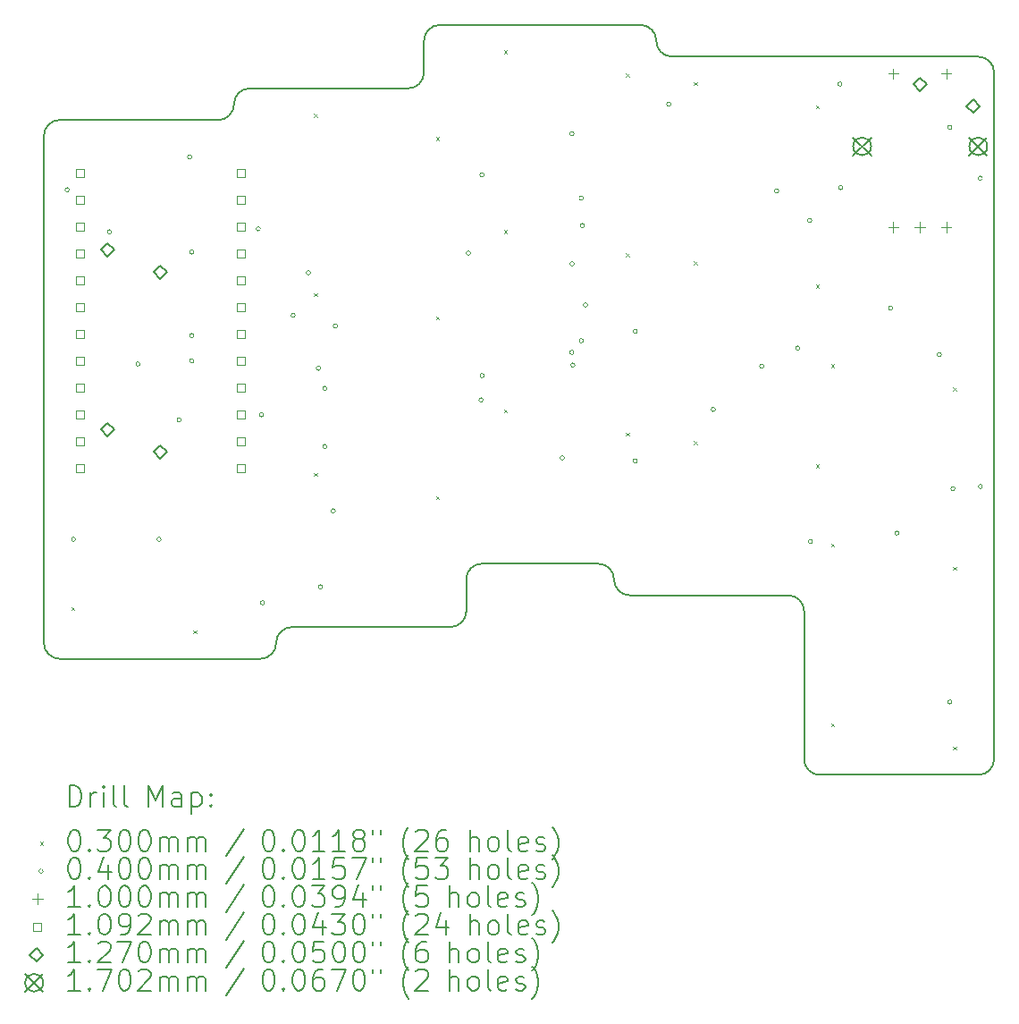
<source format=gbr>
%TF.GenerationSoftware,KiCad,Pcbnew,(7.0.0-0)*%
%TF.CreationDate,2023-06-15T16:08:28+08:00*%
%TF.ProjectId,right,72696768-742e-46b6-9963-61645f706362,v1.0.0*%
%TF.SameCoordinates,Original*%
%TF.FileFunction,Drillmap*%
%TF.FilePolarity,Positive*%
%FSLAX45Y45*%
G04 Gerber Fmt 4.5, Leading zero omitted, Abs format (unit mm)*
G04 Created by KiCad (PCBNEW (7.0.0-0)) date 2023-06-15 16:08:28*
%MOMM*%
%LPD*%
G01*
G04 APERTURE LIST*
%ADD10C,0.150000*%
%ADD11C,0.200000*%
%ADD12C,0.030000*%
%ADD13C,0.040000*%
%ADD14C,0.100000*%
%ADD15C,0.109220*%
%ADD16C,0.127000*%
%ADD17C,0.170180*%
G04 APERTURE END LIST*
D10*
X-951000Y-850000D02*
X951000Y-850000D01*
X1100000Y-701000D02*
X1100000Y-699000D01*
X-1100000Y-701000D02*
X-1100000Y4101000D01*
X551000Y4250000D02*
X-951000Y4250000D01*
X1249000Y-550000D02*
X2751000Y-550000D01*
X2900000Y-401000D02*
X2900000Y-99000D01*
X2351000Y4550000D02*
X849000Y4550000D01*
X700000Y4401000D02*
X700000Y4399000D01*
X3049000Y50000D02*
X4151000Y50000D01*
X4700000Y4999000D02*
X4700000Y5001000D01*
X4551000Y5150000D02*
X2649000Y5150000D01*
X2500000Y5001000D02*
X2500000Y4699000D01*
X4449000Y-250000D02*
X5951000Y-250000D01*
X4300000Y-99000D02*
X4300000Y-101000D01*
X4849000Y4850000D02*
X7751000Y4850000D01*
X6249000Y-1950000D02*
X7751000Y-1950000D01*
X6100000Y-399000D02*
X6100000Y-1801000D01*
X7900000Y4701000D02*
X7900000Y-1801000D01*
X951000Y-850000D02*
G75*
G03*
X1100000Y-701000I0J149000D01*
G01*
X1249000Y-550000D02*
G75*
G03*
X1100000Y-699000I0J-149000D01*
G01*
X2751000Y-550000D02*
G75*
G03*
X2900000Y-401000I0J149000D01*
G01*
X3049000Y50000D02*
G75*
G03*
X2900000Y-99000I0J-149000D01*
G01*
X4300000Y-99000D02*
G75*
G03*
X4151000Y50000I-149000J0D01*
G01*
X4300000Y-101000D02*
G75*
G03*
X4449000Y-250000I149000J0D01*
G01*
X6100000Y-399000D02*
G75*
G03*
X5951000Y-250000I-149000J0D01*
G01*
X6100000Y-1801000D02*
G75*
G03*
X6249000Y-1950000I149000J0D01*
G01*
X7751000Y-1950000D02*
G75*
G03*
X7900000Y-1801000I0J149000D01*
G01*
X7900000Y4701000D02*
G75*
G03*
X7751000Y4850000I-149000J0D01*
G01*
X4700000Y4999000D02*
G75*
G03*
X4849000Y4850000I149000J0D01*
G01*
X4700000Y5001000D02*
G75*
G03*
X4551000Y5150000I-149000J0D01*
G01*
X2649000Y5150000D02*
G75*
G03*
X2500000Y5001000I0J-149000D01*
G01*
X2351000Y4550000D02*
G75*
G03*
X2500000Y4699000I0J149000D01*
G01*
X849000Y4550000D02*
G75*
G03*
X700000Y4401000I0J-149000D01*
G01*
X551000Y4250000D02*
G75*
G03*
X700000Y4399000I0J149000D01*
G01*
X-951000Y4250000D02*
G75*
G03*
X-1100000Y4101000I0J-149000D01*
G01*
X-1100000Y-701000D02*
G75*
G03*
X-951000Y-850000I149000J0D01*
G01*
D11*
D12*
X-842500Y-360000D02*
X-812500Y-390000D01*
X-812500Y-360000D02*
X-842500Y-390000D01*
X312500Y-580000D02*
X342500Y-610000D01*
X342500Y-580000D02*
X312500Y-610000D01*
X1457500Y4310000D02*
X1487500Y4280000D01*
X1487500Y4310000D02*
X1457500Y4280000D01*
X1457500Y2610000D02*
X1487500Y2580000D01*
X1487500Y2610000D02*
X1457500Y2580000D01*
X1457500Y910000D02*
X1487500Y880000D01*
X1487500Y910000D02*
X1457500Y880000D01*
X2612500Y4090000D02*
X2642500Y4060000D01*
X2642500Y4090000D02*
X2612500Y4060000D01*
X2612500Y2390000D02*
X2642500Y2360000D01*
X2642500Y2390000D02*
X2612500Y2360000D01*
X2612500Y690000D02*
X2642500Y660000D01*
X2642500Y690000D02*
X2612500Y660000D01*
X3257500Y4910000D02*
X3287500Y4880000D01*
X3287500Y4910000D02*
X3257500Y4880000D01*
X3257500Y3210000D02*
X3287500Y3180000D01*
X3287500Y3210000D02*
X3257500Y3180000D01*
X3257500Y1510000D02*
X3287500Y1480000D01*
X3287500Y1510000D02*
X3257500Y1480000D01*
X4412500Y4690000D02*
X4442500Y4660000D01*
X4442500Y4690000D02*
X4412500Y4660000D01*
X4412500Y2990000D02*
X4442500Y2960000D01*
X4442500Y2990000D02*
X4412500Y2960000D01*
X4412500Y1290000D02*
X4442500Y1260000D01*
X4442500Y1290000D02*
X4412500Y1260000D01*
X5057500Y4610000D02*
X5087500Y4580000D01*
X5087500Y4610000D02*
X5057500Y4580000D01*
X5057500Y2910000D02*
X5087500Y2880000D01*
X5087500Y2910000D02*
X5057500Y2880000D01*
X5057500Y1210000D02*
X5087500Y1180000D01*
X5087500Y1210000D02*
X5057500Y1180000D01*
X6212500Y4390000D02*
X6242500Y4360000D01*
X6242500Y4390000D02*
X6212500Y4360000D01*
X6212500Y2690000D02*
X6242500Y2660000D01*
X6242500Y2690000D02*
X6212500Y2660000D01*
X6212500Y990000D02*
X6242500Y960000D01*
X6242500Y990000D02*
X6212500Y960000D01*
X6357500Y1940000D02*
X6387500Y1910000D01*
X6387500Y1940000D02*
X6357500Y1910000D01*
X6357500Y240000D02*
X6387500Y210000D01*
X6387500Y240000D02*
X6357500Y210000D01*
X6357500Y-1460000D02*
X6387500Y-1490000D01*
X6387500Y-1460000D02*
X6357500Y-1490000D01*
X7512500Y1720000D02*
X7542500Y1690000D01*
X7542500Y1720000D02*
X7512500Y1690000D01*
X7512500Y20000D02*
X7542500Y-10000D01*
X7542500Y20000D02*
X7512500Y-10000D01*
X7512500Y-1680000D02*
X7542500Y-1710000D01*
X7542500Y-1680000D02*
X7512500Y-1710000D01*
D13*
X-860000Y3590000D02*
G75*
G03*
X-860000Y3590000I-20000J0D01*
G01*
X-800000Y280000D02*
G75*
G03*
X-800000Y280000I-20000J0D01*
G01*
X-460000Y3191050D02*
G75*
G03*
X-460000Y3191050I-20000J0D01*
G01*
X-190000Y1940000D02*
G75*
G03*
X-190000Y1940000I-20000J0D01*
G01*
X10000Y280000D02*
G75*
G03*
X10000Y280000I-20000J0D01*
G01*
X200000Y1410000D02*
G75*
G03*
X200000Y1410000I-20000J0D01*
G01*
X300000Y3900000D02*
G75*
G03*
X300000Y3900000I-20000J0D01*
G01*
X320000Y3000000D02*
G75*
G03*
X320000Y3000000I-20000J0D01*
G01*
X320000Y2210000D02*
G75*
G03*
X320000Y2210000I-20000J0D01*
G01*
X320000Y1970000D02*
G75*
G03*
X320000Y1970000I-20000J0D01*
G01*
X950000Y3220000D02*
G75*
G03*
X950000Y3220000I-20000J0D01*
G01*
X980000Y1460000D02*
G75*
G03*
X980000Y1460000I-20000J0D01*
G01*
X990000Y-320000D02*
G75*
G03*
X990000Y-320000I-20000J0D01*
G01*
X1280000Y2400000D02*
G75*
G03*
X1280000Y2400000I-20000J0D01*
G01*
X1425000Y2805000D02*
G75*
G03*
X1425000Y2805000I-20000J0D01*
G01*
X1520000Y1900000D02*
G75*
G03*
X1520000Y1900000I-20000J0D01*
G01*
X1540000Y-170000D02*
G75*
G03*
X1540000Y-170000I-20000J0D01*
G01*
X1580000Y1710000D02*
G75*
G03*
X1580000Y1710000I-20000J0D01*
G01*
X1580000Y1160000D02*
G75*
G03*
X1580000Y1160000I-20000J0D01*
G01*
X1660000Y550000D02*
G75*
G03*
X1660000Y550000I-20000J0D01*
G01*
X1680000Y2300000D02*
G75*
G03*
X1680000Y2300000I-20000J0D01*
G01*
X2940000Y2990000D02*
G75*
G03*
X2940000Y2990000I-20000J0D01*
G01*
X3060000Y1600000D02*
G75*
G03*
X3060000Y1600000I-20000J0D01*
G01*
X3070000Y3730000D02*
G75*
G03*
X3070000Y3730000I-20000J0D01*
G01*
X3070000Y1830000D02*
G75*
G03*
X3070000Y1830000I-20000J0D01*
G01*
X3830000Y1050000D02*
G75*
G03*
X3830000Y1050000I-20000J0D01*
G01*
X3920000Y4120000D02*
G75*
G03*
X3920000Y4120000I-20000J0D01*
G01*
X3920000Y2050000D02*
G75*
G03*
X3920000Y2050000I-20000J0D01*
G01*
X3922450Y2890000D02*
G75*
G03*
X3922450Y2890000I-20000J0D01*
G01*
X3930000Y1930000D02*
G75*
G03*
X3930000Y1930000I-20000J0D01*
G01*
X4010000Y3510000D02*
G75*
G03*
X4010000Y3510000I-20000J0D01*
G01*
X4010000Y2160000D02*
G75*
G03*
X4010000Y2160000I-20000J0D01*
G01*
X4020000Y3250000D02*
G75*
G03*
X4020000Y3250000I-20000J0D01*
G01*
X4050000Y2500000D02*
G75*
G03*
X4050000Y2500000I-20000J0D01*
G01*
X4519950Y2250000D02*
G75*
G03*
X4519950Y2250000I-20000J0D01*
G01*
X4520000Y1022590D02*
G75*
G03*
X4520000Y1022590I-20000J0D01*
G01*
X4840000Y4400000D02*
G75*
G03*
X4840000Y4400000I-20000J0D01*
G01*
X5260000Y1510000D02*
G75*
G03*
X5260000Y1510000I-20000J0D01*
G01*
X5720000Y1920000D02*
G75*
G03*
X5720000Y1920000I-20000J0D01*
G01*
X5860000Y3580000D02*
G75*
G03*
X5860000Y3580000I-20000J0D01*
G01*
X6060000Y2090000D02*
G75*
G03*
X6060000Y2090000I-20000J0D01*
G01*
X6172500Y3300000D02*
G75*
G03*
X6172500Y3300000I-20000J0D01*
G01*
X6180000Y260000D02*
G75*
G03*
X6180000Y260000I-20000J0D01*
G01*
X6460000Y4590000D02*
G75*
G03*
X6460000Y4590000I-20000J0D01*
G01*
X6467500Y3610000D02*
G75*
G03*
X6467500Y3610000I-20000J0D01*
G01*
X6940000Y2470000D02*
G75*
G03*
X6940000Y2470000I-20000J0D01*
G01*
X7000000Y340000D02*
G75*
G03*
X7000000Y340000I-20000J0D01*
G01*
X7400000Y2030000D02*
G75*
G03*
X7400000Y2030000I-20000J0D01*
G01*
X7500000Y4180000D02*
G75*
G03*
X7500000Y4180000I-20000J0D01*
G01*
X7500000Y-1260000D02*
G75*
G03*
X7500000Y-1260000I-20000J0D01*
G01*
X7530000Y760000D02*
G75*
G03*
X7530000Y760000I-20000J0D01*
G01*
X7790000Y3700000D02*
G75*
G03*
X7790000Y3700000I-20000J0D01*
G01*
X7790000Y780000D02*
G75*
G03*
X7790000Y780000I-20000J0D01*
G01*
D14*
X6946000Y4738000D02*
X6946000Y4638000D01*
X6896000Y4688000D02*
X6996000Y4688000D01*
X6946000Y3288000D02*
X6946000Y3188000D01*
X6896000Y3238000D02*
X6996000Y3238000D01*
X7196000Y3288000D02*
X7196000Y3188000D01*
X7146000Y3238000D02*
X7246000Y3238000D01*
X7446000Y4738000D02*
X7446000Y4638000D01*
X7396000Y4688000D02*
X7496000Y4688000D01*
X7446000Y3288000D02*
X7446000Y3188000D01*
X7396000Y3238000D02*
X7496000Y3238000D01*
D15*
X-723384Y3708384D02*
X-723384Y3785615D01*
X-800615Y3785615D01*
X-800615Y3708384D01*
X-723384Y3708384D01*
X-723384Y3454384D02*
X-723384Y3531615D01*
X-800615Y3531615D01*
X-800615Y3454384D01*
X-723384Y3454384D01*
X-723384Y3200384D02*
X-723384Y3277615D01*
X-800615Y3277615D01*
X-800615Y3200384D01*
X-723384Y3200384D01*
X-723384Y2946384D02*
X-723384Y3023615D01*
X-800615Y3023615D01*
X-800615Y2946384D01*
X-723384Y2946384D01*
X-723384Y2692385D02*
X-723384Y2769616D01*
X-800615Y2769616D01*
X-800615Y2692385D01*
X-723384Y2692385D01*
X-723384Y2438385D02*
X-723384Y2515616D01*
X-800615Y2515616D01*
X-800615Y2438385D01*
X-723384Y2438385D01*
X-723384Y2184385D02*
X-723384Y2261616D01*
X-800615Y2261616D01*
X-800615Y2184385D01*
X-723384Y2184385D01*
X-723384Y1930384D02*
X-723384Y2007615D01*
X-800615Y2007615D01*
X-800615Y1930384D01*
X-723384Y1930384D01*
X-723384Y1676384D02*
X-723384Y1753615D01*
X-800615Y1753615D01*
X-800615Y1676384D01*
X-723384Y1676384D01*
X-723384Y1422384D02*
X-723384Y1499615D01*
X-800615Y1499615D01*
X-800615Y1422384D01*
X-723384Y1422384D01*
X-723384Y1168385D02*
X-723384Y1245616D01*
X-800615Y1245616D01*
X-800615Y1168385D01*
X-723384Y1168385D01*
X-723384Y914384D02*
X-723384Y991615D01*
X-800615Y991615D01*
X-800615Y914384D01*
X-723384Y914384D01*
X800615Y3708384D02*
X800615Y3785615D01*
X723384Y3785615D01*
X723384Y3708384D01*
X800615Y3708384D01*
X800615Y3454384D02*
X800615Y3531615D01*
X723384Y3531615D01*
X723384Y3454384D01*
X800615Y3454384D01*
X800615Y3200384D02*
X800615Y3277615D01*
X723384Y3277615D01*
X723384Y3200384D01*
X800615Y3200384D01*
X800615Y2946384D02*
X800615Y3023615D01*
X723384Y3023615D01*
X723384Y2946384D01*
X800615Y2946384D01*
X800615Y2692385D02*
X800615Y2769616D01*
X723384Y2769616D01*
X723384Y2692385D01*
X800615Y2692385D01*
X800615Y2438385D02*
X800615Y2515616D01*
X723384Y2515616D01*
X723384Y2438385D01*
X800615Y2438385D01*
X800615Y2184385D02*
X800615Y2261616D01*
X723384Y2261616D01*
X723384Y2184385D01*
X800615Y2184385D01*
X800615Y1930384D02*
X800615Y2007615D01*
X723384Y2007615D01*
X723384Y1930384D01*
X800615Y1930384D01*
X800615Y1676384D02*
X800615Y1753615D01*
X723384Y1753615D01*
X723384Y1676384D01*
X800615Y1676384D01*
X800615Y1422384D02*
X800615Y1499615D01*
X723384Y1499615D01*
X723384Y1422384D01*
X800615Y1422384D01*
X800615Y1168385D02*
X800615Y1245616D01*
X723384Y1245616D01*
X723384Y1168385D01*
X800615Y1168385D01*
X800615Y914384D02*
X800615Y991615D01*
X723384Y991615D01*
X723384Y914384D01*
X800615Y914384D01*
D16*
X-500000Y2956500D02*
X-436500Y3020000D01*
X-500000Y3083500D01*
X-563500Y3020000D01*
X-500000Y2956500D01*
X-500000Y1256500D02*
X-436500Y1320000D01*
X-500000Y1383500D01*
X-563500Y1320000D01*
X-500000Y1256500D01*
X0Y2746500D02*
X63500Y2810000D01*
X0Y2873500D01*
X-63500Y2810000D01*
X0Y2746500D01*
X0Y1046500D02*
X63500Y1110000D01*
X0Y1173500D01*
X-63500Y1110000D01*
X0Y1046500D01*
X7200000Y4526500D02*
X7263500Y4590000D01*
X7200000Y4653500D01*
X7136500Y4590000D01*
X7200000Y4526500D01*
X7700000Y4316500D02*
X7763500Y4380000D01*
X7700000Y4443500D01*
X7636500Y4380000D01*
X7700000Y4316500D01*
D17*
X6564910Y4085090D02*
X6735090Y3914910D01*
X6735090Y4085090D02*
X6564910Y3914910D01*
X6735090Y4000000D02*
G75*
G03*
X6735090Y4000000I-85090J0D01*
G01*
X7664910Y4085090D02*
X7835090Y3914910D01*
X7835090Y4085090D02*
X7664910Y3914910D01*
X7835090Y4000000D02*
G75*
G03*
X7835090Y4000000I-85090J0D01*
G01*
D11*
X-859881Y-2250976D02*
X-859881Y-2050976D01*
X-859881Y-2050976D02*
X-812262Y-2050976D01*
X-812262Y-2050976D02*
X-783690Y-2060500D01*
X-783690Y-2060500D02*
X-764643Y-2079548D01*
X-764643Y-2079548D02*
X-755119Y-2098595D01*
X-755119Y-2098595D02*
X-745595Y-2136690D01*
X-745595Y-2136690D02*
X-745595Y-2165262D01*
X-745595Y-2165262D02*
X-755119Y-2203357D01*
X-755119Y-2203357D02*
X-764643Y-2222405D01*
X-764643Y-2222405D02*
X-783690Y-2241452D01*
X-783690Y-2241452D02*
X-812262Y-2250976D01*
X-812262Y-2250976D02*
X-859881Y-2250976D01*
X-659881Y-2250976D02*
X-659881Y-2117643D01*
X-659881Y-2155738D02*
X-650357Y-2136690D01*
X-650357Y-2136690D02*
X-640833Y-2127167D01*
X-640833Y-2127167D02*
X-621786Y-2117643D01*
X-621786Y-2117643D02*
X-602738Y-2117643D01*
X-536071Y-2250976D02*
X-536071Y-2117643D01*
X-536071Y-2050976D02*
X-545595Y-2060500D01*
X-545595Y-2060500D02*
X-536071Y-2070024D01*
X-536071Y-2070024D02*
X-526548Y-2060500D01*
X-526548Y-2060500D02*
X-536071Y-2050976D01*
X-536071Y-2050976D02*
X-536071Y-2070024D01*
X-412262Y-2250976D02*
X-431309Y-2241452D01*
X-431309Y-2241452D02*
X-440833Y-2222405D01*
X-440833Y-2222405D02*
X-440833Y-2050976D01*
X-307500Y-2250976D02*
X-326548Y-2241452D01*
X-326548Y-2241452D02*
X-336071Y-2222405D01*
X-336071Y-2222405D02*
X-336071Y-2050976D01*
X-111309Y-2250976D02*
X-111309Y-2050976D01*
X-111309Y-2050976D02*
X-44643Y-2193833D01*
X-44643Y-2193833D02*
X22024Y-2050976D01*
X22024Y-2050976D02*
X22024Y-2250976D01*
X202976Y-2250976D02*
X202976Y-2146214D01*
X202976Y-2146214D02*
X193452Y-2127167D01*
X193452Y-2127167D02*
X174405Y-2117643D01*
X174405Y-2117643D02*
X136309Y-2117643D01*
X136309Y-2117643D02*
X117262Y-2127167D01*
X202976Y-2241452D02*
X183928Y-2250976D01*
X183928Y-2250976D02*
X136309Y-2250976D01*
X136309Y-2250976D02*
X117262Y-2241452D01*
X117262Y-2241452D02*
X107738Y-2222405D01*
X107738Y-2222405D02*
X107738Y-2203357D01*
X107738Y-2203357D02*
X117262Y-2184310D01*
X117262Y-2184310D02*
X136309Y-2174786D01*
X136309Y-2174786D02*
X183928Y-2174786D01*
X183928Y-2174786D02*
X202976Y-2165262D01*
X298214Y-2117643D02*
X298214Y-2317643D01*
X298214Y-2127167D02*
X317262Y-2117643D01*
X317262Y-2117643D02*
X355357Y-2117643D01*
X355357Y-2117643D02*
X374405Y-2127167D01*
X374405Y-2127167D02*
X383928Y-2136690D01*
X383928Y-2136690D02*
X393452Y-2155738D01*
X393452Y-2155738D02*
X393452Y-2212881D01*
X393452Y-2212881D02*
X383928Y-2231929D01*
X383928Y-2231929D02*
X374405Y-2241452D01*
X374405Y-2241452D02*
X355357Y-2250976D01*
X355357Y-2250976D02*
X317262Y-2250976D01*
X317262Y-2250976D02*
X298214Y-2241452D01*
X479167Y-2231929D02*
X488690Y-2241452D01*
X488690Y-2241452D02*
X479167Y-2250976D01*
X479167Y-2250976D02*
X469643Y-2241452D01*
X469643Y-2241452D02*
X479167Y-2231929D01*
X479167Y-2231929D02*
X479167Y-2250976D01*
X479167Y-2127167D02*
X488690Y-2136690D01*
X488690Y-2136690D02*
X479167Y-2146214D01*
X479167Y-2146214D02*
X469643Y-2136690D01*
X469643Y-2136690D02*
X479167Y-2127167D01*
X479167Y-2127167D02*
X479167Y-2146214D01*
D12*
X-1137500Y-2582500D02*
X-1107500Y-2612500D01*
X-1107500Y-2582500D02*
X-1137500Y-2612500D01*
D11*
X-821786Y-2470976D02*
X-802738Y-2470976D01*
X-802738Y-2470976D02*
X-783690Y-2480500D01*
X-783690Y-2480500D02*
X-774167Y-2490024D01*
X-774167Y-2490024D02*
X-764643Y-2509071D01*
X-764643Y-2509071D02*
X-755119Y-2547167D01*
X-755119Y-2547167D02*
X-755119Y-2594786D01*
X-755119Y-2594786D02*
X-764643Y-2632881D01*
X-764643Y-2632881D02*
X-774167Y-2651929D01*
X-774167Y-2651929D02*
X-783690Y-2661452D01*
X-783690Y-2661452D02*
X-802738Y-2670976D01*
X-802738Y-2670976D02*
X-821786Y-2670976D01*
X-821786Y-2670976D02*
X-840833Y-2661452D01*
X-840833Y-2661452D02*
X-850357Y-2651929D01*
X-850357Y-2651929D02*
X-859881Y-2632881D01*
X-859881Y-2632881D02*
X-869405Y-2594786D01*
X-869405Y-2594786D02*
X-869405Y-2547167D01*
X-869405Y-2547167D02*
X-859881Y-2509071D01*
X-859881Y-2509071D02*
X-850357Y-2490024D01*
X-850357Y-2490024D02*
X-840833Y-2480500D01*
X-840833Y-2480500D02*
X-821786Y-2470976D01*
X-669405Y-2651929D02*
X-659881Y-2661452D01*
X-659881Y-2661452D02*
X-669405Y-2670976D01*
X-669405Y-2670976D02*
X-678929Y-2661452D01*
X-678929Y-2661452D02*
X-669405Y-2651929D01*
X-669405Y-2651929D02*
X-669405Y-2670976D01*
X-593214Y-2470976D02*
X-469405Y-2470976D01*
X-469405Y-2470976D02*
X-536071Y-2547167D01*
X-536071Y-2547167D02*
X-507500Y-2547167D01*
X-507500Y-2547167D02*
X-488452Y-2556690D01*
X-488452Y-2556690D02*
X-478928Y-2566214D01*
X-478928Y-2566214D02*
X-469405Y-2585262D01*
X-469405Y-2585262D02*
X-469405Y-2632881D01*
X-469405Y-2632881D02*
X-478928Y-2651929D01*
X-478928Y-2651929D02*
X-488452Y-2661452D01*
X-488452Y-2661452D02*
X-507500Y-2670976D01*
X-507500Y-2670976D02*
X-564643Y-2670976D01*
X-564643Y-2670976D02*
X-583690Y-2661452D01*
X-583690Y-2661452D02*
X-593214Y-2651929D01*
X-345595Y-2470976D02*
X-326548Y-2470976D01*
X-326548Y-2470976D02*
X-307500Y-2480500D01*
X-307500Y-2480500D02*
X-297976Y-2490024D01*
X-297976Y-2490024D02*
X-288452Y-2509071D01*
X-288452Y-2509071D02*
X-278929Y-2547167D01*
X-278929Y-2547167D02*
X-278929Y-2594786D01*
X-278929Y-2594786D02*
X-288452Y-2632881D01*
X-288452Y-2632881D02*
X-297976Y-2651929D01*
X-297976Y-2651929D02*
X-307500Y-2661452D01*
X-307500Y-2661452D02*
X-326548Y-2670976D01*
X-326548Y-2670976D02*
X-345595Y-2670976D01*
X-345595Y-2670976D02*
X-364643Y-2661452D01*
X-364643Y-2661452D02*
X-374167Y-2651929D01*
X-374167Y-2651929D02*
X-383690Y-2632881D01*
X-383690Y-2632881D02*
X-393214Y-2594786D01*
X-393214Y-2594786D02*
X-393214Y-2547167D01*
X-393214Y-2547167D02*
X-383690Y-2509071D01*
X-383690Y-2509071D02*
X-374167Y-2490024D01*
X-374167Y-2490024D02*
X-364643Y-2480500D01*
X-364643Y-2480500D02*
X-345595Y-2470976D01*
X-155119Y-2470976D02*
X-136071Y-2470976D01*
X-136071Y-2470976D02*
X-117024Y-2480500D01*
X-117024Y-2480500D02*
X-107500Y-2490024D01*
X-107500Y-2490024D02*
X-97976Y-2509071D01*
X-97976Y-2509071D02*
X-88452Y-2547167D01*
X-88452Y-2547167D02*
X-88452Y-2594786D01*
X-88452Y-2594786D02*
X-97976Y-2632881D01*
X-97976Y-2632881D02*
X-107500Y-2651929D01*
X-107500Y-2651929D02*
X-117024Y-2661452D01*
X-117024Y-2661452D02*
X-136071Y-2670976D01*
X-136071Y-2670976D02*
X-155119Y-2670976D01*
X-155119Y-2670976D02*
X-174167Y-2661452D01*
X-174167Y-2661452D02*
X-183690Y-2651929D01*
X-183690Y-2651929D02*
X-193214Y-2632881D01*
X-193214Y-2632881D02*
X-202738Y-2594786D01*
X-202738Y-2594786D02*
X-202738Y-2547167D01*
X-202738Y-2547167D02*
X-193214Y-2509071D01*
X-193214Y-2509071D02*
X-183690Y-2490024D01*
X-183690Y-2490024D02*
X-174167Y-2480500D01*
X-174167Y-2480500D02*
X-155119Y-2470976D01*
X-2738Y-2670976D02*
X-2738Y-2537643D01*
X-2738Y-2556690D02*
X6786Y-2547167D01*
X6786Y-2547167D02*
X25833Y-2537643D01*
X25833Y-2537643D02*
X54405Y-2537643D01*
X54405Y-2537643D02*
X73452Y-2547167D01*
X73452Y-2547167D02*
X82976Y-2566214D01*
X82976Y-2566214D02*
X82976Y-2670976D01*
X82976Y-2566214D02*
X92500Y-2547167D01*
X92500Y-2547167D02*
X111548Y-2537643D01*
X111548Y-2537643D02*
X140119Y-2537643D01*
X140119Y-2537643D02*
X159167Y-2547167D01*
X159167Y-2547167D02*
X168691Y-2566214D01*
X168691Y-2566214D02*
X168691Y-2670976D01*
X263929Y-2670976D02*
X263929Y-2537643D01*
X263929Y-2556690D02*
X273452Y-2547167D01*
X273452Y-2547167D02*
X292500Y-2537643D01*
X292500Y-2537643D02*
X321072Y-2537643D01*
X321072Y-2537643D02*
X340119Y-2547167D01*
X340119Y-2547167D02*
X349643Y-2566214D01*
X349643Y-2566214D02*
X349643Y-2670976D01*
X349643Y-2566214D02*
X359167Y-2547167D01*
X359167Y-2547167D02*
X378214Y-2537643D01*
X378214Y-2537643D02*
X406786Y-2537643D01*
X406786Y-2537643D02*
X425833Y-2547167D01*
X425833Y-2547167D02*
X435357Y-2566214D01*
X435357Y-2566214D02*
X435357Y-2670976D01*
X793452Y-2461452D02*
X622024Y-2718595D01*
X1018214Y-2470976D02*
X1037262Y-2470976D01*
X1037262Y-2470976D02*
X1056310Y-2480500D01*
X1056310Y-2480500D02*
X1065833Y-2490024D01*
X1065833Y-2490024D02*
X1075357Y-2509071D01*
X1075357Y-2509071D02*
X1084881Y-2547167D01*
X1084881Y-2547167D02*
X1084881Y-2594786D01*
X1084881Y-2594786D02*
X1075357Y-2632881D01*
X1075357Y-2632881D02*
X1065833Y-2651929D01*
X1065833Y-2651929D02*
X1056310Y-2661452D01*
X1056310Y-2661452D02*
X1037262Y-2670976D01*
X1037262Y-2670976D02*
X1018214Y-2670976D01*
X1018214Y-2670976D02*
X999167Y-2661452D01*
X999167Y-2661452D02*
X989643Y-2651929D01*
X989643Y-2651929D02*
X980119Y-2632881D01*
X980119Y-2632881D02*
X970595Y-2594786D01*
X970595Y-2594786D02*
X970595Y-2547167D01*
X970595Y-2547167D02*
X980119Y-2509071D01*
X980119Y-2509071D02*
X989643Y-2490024D01*
X989643Y-2490024D02*
X999167Y-2480500D01*
X999167Y-2480500D02*
X1018214Y-2470976D01*
X1170595Y-2651929D02*
X1180119Y-2661452D01*
X1180119Y-2661452D02*
X1170595Y-2670976D01*
X1170595Y-2670976D02*
X1161072Y-2661452D01*
X1161072Y-2661452D02*
X1170595Y-2651929D01*
X1170595Y-2651929D02*
X1170595Y-2670976D01*
X1303929Y-2470976D02*
X1322976Y-2470976D01*
X1322976Y-2470976D02*
X1342024Y-2480500D01*
X1342024Y-2480500D02*
X1351548Y-2490024D01*
X1351548Y-2490024D02*
X1361072Y-2509071D01*
X1361072Y-2509071D02*
X1370595Y-2547167D01*
X1370595Y-2547167D02*
X1370595Y-2594786D01*
X1370595Y-2594786D02*
X1361072Y-2632881D01*
X1361072Y-2632881D02*
X1351548Y-2651929D01*
X1351548Y-2651929D02*
X1342024Y-2661452D01*
X1342024Y-2661452D02*
X1322976Y-2670976D01*
X1322976Y-2670976D02*
X1303929Y-2670976D01*
X1303929Y-2670976D02*
X1284881Y-2661452D01*
X1284881Y-2661452D02*
X1275357Y-2651929D01*
X1275357Y-2651929D02*
X1265833Y-2632881D01*
X1265833Y-2632881D02*
X1256310Y-2594786D01*
X1256310Y-2594786D02*
X1256310Y-2547167D01*
X1256310Y-2547167D02*
X1265833Y-2509071D01*
X1265833Y-2509071D02*
X1275357Y-2490024D01*
X1275357Y-2490024D02*
X1284881Y-2480500D01*
X1284881Y-2480500D02*
X1303929Y-2470976D01*
X1561071Y-2670976D02*
X1446786Y-2670976D01*
X1503929Y-2670976D02*
X1503929Y-2470976D01*
X1503929Y-2470976D02*
X1484881Y-2499548D01*
X1484881Y-2499548D02*
X1465833Y-2518595D01*
X1465833Y-2518595D02*
X1446786Y-2528119D01*
X1751548Y-2670976D02*
X1637262Y-2670976D01*
X1694405Y-2670976D02*
X1694405Y-2470976D01*
X1694405Y-2470976D02*
X1675357Y-2499548D01*
X1675357Y-2499548D02*
X1656310Y-2518595D01*
X1656310Y-2518595D02*
X1637262Y-2528119D01*
X1865833Y-2556690D02*
X1846786Y-2547167D01*
X1846786Y-2547167D02*
X1837262Y-2537643D01*
X1837262Y-2537643D02*
X1827738Y-2518595D01*
X1827738Y-2518595D02*
X1827738Y-2509071D01*
X1827738Y-2509071D02*
X1837262Y-2490024D01*
X1837262Y-2490024D02*
X1846786Y-2480500D01*
X1846786Y-2480500D02*
X1865833Y-2470976D01*
X1865833Y-2470976D02*
X1903929Y-2470976D01*
X1903929Y-2470976D02*
X1922976Y-2480500D01*
X1922976Y-2480500D02*
X1932500Y-2490024D01*
X1932500Y-2490024D02*
X1942024Y-2509071D01*
X1942024Y-2509071D02*
X1942024Y-2518595D01*
X1942024Y-2518595D02*
X1932500Y-2537643D01*
X1932500Y-2537643D02*
X1922976Y-2547167D01*
X1922976Y-2547167D02*
X1903929Y-2556690D01*
X1903929Y-2556690D02*
X1865833Y-2556690D01*
X1865833Y-2556690D02*
X1846786Y-2566214D01*
X1846786Y-2566214D02*
X1837262Y-2575738D01*
X1837262Y-2575738D02*
X1827738Y-2594786D01*
X1827738Y-2594786D02*
X1827738Y-2632881D01*
X1827738Y-2632881D02*
X1837262Y-2651929D01*
X1837262Y-2651929D02*
X1846786Y-2661452D01*
X1846786Y-2661452D02*
X1865833Y-2670976D01*
X1865833Y-2670976D02*
X1903929Y-2670976D01*
X1903929Y-2670976D02*
X1922976Y-2661452D01*
X1922976Y-2661452D02*
X1932500Y-2651929D01*
X1932500Y-2651929D02*
X1942024Y-2632881D01*
X1942024Y-2632881D02*
X1942024Y-2594786D01*
X1942024Y-2594786D02*
X1932500Y-2575738D01*
X1932500Y-2575738D02*
X1922976Y-2566214D01*
X1922976Y-2566214D02*
X1903929Y-2556690D01*
X2018214Y-2470976D02*
X2018214Y-2509071D01*
X2094405Y-2470976D02*
X2094405Y-2509071D01*
X2357262Y-2747167D02*
X2347738Y-2737643D01*
X2347738Y-2737643D02*
X2328691Y-2709071D01*
X2328691Y-2709071D02*
X2319167Y-2690024D01*
X2319167Y-2690024D02*
X2309643Y-2661452D01*
X2309643Y-2661452D02*
X2300119Y-2613833D01*
X2300119Y-2613833D02*
X2300119Y-2575738D01*
X2300119Y-2575738D02*
X2309643Y-2528119D01*
X2309643Y-2528119D02*
X2319167Y-2499548D01*
X2319167Y-2499548D02*
X2328691Y-2480500D01*
X2328691Y-2480500D02*
X2347738Y-2451929D01*
X2347738Y-2451929D02*
X2357262Y-2442405D01*
X2423929Y-2490024D02*
X2433453Y-2480500D01*
X2433453Y-2480500D02*
X2452500Y-2470976D01*
X2452500Y-2470976D02*
X2500119Y-2470976D01*
X2500119Y-2470976D02*
X2519167Y-2480500D01*
X2519167Y-2480500D02*
X2528691Y-2490024D01*
X2528691Y-2490024D02*
X2538214Y-2509071D01*
X2538214Y-2509071D02*
X2538214Y-2528119D01*
X2538214Y-2528119D02*
X2528691Y-2556690D01*
X2528691Y-2556690D02*
X2414405Y-2670976D01*
X2414405Y-2670976D02*
X2538214Y-2670976D01*
X2709643Y-2470976D02*
X2671548Y-2470976D01*
X2671548Y-2470976D02*
X2652500Y-2480500D01*
X2652500Y-2480500D02*
X2642976Y-2490024D01*
X2642976Y-2490024D02*
X2623929Y-2518595D01*
X2623929Y-2518595D02*
X2614405Y-2556690D01*
X2614405Y-2556690D02*
X2614405Y-2632881D01*
X2614405Y-2632881D02*
X2623929Y-2651929D01*
X2623929Y-2651929D02*
X2633453Y-2661452D01*
X2633453Y-2661452D02*
X2652500Y-2670976D01*
X2652500Y-2670976D02*
X2690595Y-2670976D01*
X2690595Y-2670976D02*
X2709643Y-2661452D01*
X2709643Y-2661452D02*
X2719167Y-2651929D01*
X2719167Y-2651929D02*
X2728691Y-2632881D01*
X2728691Y-2632881D02*
X2728691Y-2585262D01*
X2728691Y-2585262D02*
X2719167Y-2566214D01*
X2719167Y-2566214D02*
X2709643Y-2556690D01*
X2709643Y-2556690D02*
X2690595Y-2547167D01*
X2690595Y-2547167D02*
X2652500Y-2547167D01*
X2652500Y-2547167D02*
X2633453Y-2556690D01*
X2633453Y-2556690D02*
X2623929Y-2566214D01*
X2623929Y-2566214D02*
X2614405Y-2585262D01*
X2934405Y-2670976D02*
X2934405Y-2470976D01*
X3020119Y-2670976D02*
X3020119Y-2566214D01*
X3020119Y-2566214D02*
X3010595Y-2547167D01*
X3010595Y-2547167D02*
X2991548Y-2537643D01*
X2991548Y-2537643D02*
X2962976Y-2537643D01*
X2962976Y-2537643D02*
X2943929Y-2547167D01*
X2943929Y-2547167D02*
X2934405Y-2556690D01*
X3143929Y-2670976D02*
X3124881Y-2661452D01*
X3124881Y-2661452D02*
X3115357Y-2651929D01*
X3115357Y-2651929D02*
X3105833Y-2632881D01*
X3105833Y-2632881D02*
X3105833Y-2575738D01*
X3105833Y-2575738D02*
X3115357Y-2556690D01*
X3115357Y-2556690D02*
X3124881Y-2547167D01*
X3124881Y-2547167D02*
X3143929Y-2537643D01*
X3143929Y-2537643D02*
X3172500Y-2537643D01*
X3172500Y-2537643D02*
X3191548Y-2547167D01*
X3191548Y-2547167D02*
X3201072Y-2556690D01*
X3201072Y-2556690D02*
X3210595Y-2575738D01*
X3210595Y-2575738D02*
X3210595Y-2632881D01*
X3210595Y-2632881D02*
X3201072Y-2651929D01*
X3201072Y-2651929D02*
X3191548Y-2661452D01*
X3191548Y-2661452D02*
X3172500Y-2670976D01*
X3172500Y-2670976D02*
X3143929Y-2670976D01*
X3324881Y-2670976D02*
X3305833Y-2661452D01*
X3305833Y-2661452D02*
X3296310Y-2642405D01*
X3296310Y-2642405D02*
X3296310Y-2470976D01*
X3477262Y-2661452D02*
X3458214Y-2670976D01*
X3458214Y-2670976D02*
X3420119Y-2670976D01*
X3420119Y-2670976D02*
X3401072Y-2661452D01*
X3401072Y-2661452D02*
X3391548Y-2642405D01*
X3391548Y-2642405D02*
X3391548Y-2566214D01*
X3391548Y-2566214D02*
X3401072Y-2547167D01*
X3401072Y-2547167D02*
X3420119Y-2537643D01*
X3420119Y-2537643D02*
X3458214Y-2537643D01*
X3458214Y-2537643D02*
X3477262Y-2547167D01*
X3477262Y-2547167D02*
X3486786Y-2566214D01*
X3486786Y-2566214D02*
X3486786Y-2585262D01*
X3486786Y-2585262D02*
X3391548Y-2604310D01*
X3562976Y-2661452D02*
X3582024Y-2670976D01*
X3582024Y-2670976D02*
X3620119Y-2670976D01*
X3620119Y-2670976D02*
X3639167Y-2661452D01*
X3639167Y-2661452D02*
X3648691Y-2642405D01*
X3648691Y-2642405D02*
X3648691Y-2632881D01*
X3648691Y-2632881D02*
X3639167Y-2613833D01*
X3639167Y-2613833D02*
X3620119Y-2604310D01*
X3620119Y-2604310D02*
X3591548Y-2604310D01*
X3591548Y-2604310D02*
X3572500Y-2594786D01*
X3572500Y-2594786D02*
X3562976Y-2575738D01*
X3562976Y-2575738D02*
X3562976Y-2566214D01*
X3562976Y-2566214D02*
X3572500Y-2547167D01*
X3572500Y-2547167D02*
X3591548Y-2537643D01*
X3591548Y-2537643D02*
X3620119Y-2537643D01*
X3620119Y-2537643D02*
X3639167Y-2547167D01*
X3715357Y-2747167D02*
X3724881Y-2737643D01*
X3724881Y-2737643D02*
X3743929Y-2709071D01*
X3743929Y-2709071D02*
X3753453Y-2690024D01*
X3753453Y-2690024D02*
X3762976Y-2661452D01*
X3762976Y-2661452D02*
X3772500Y-2613833D01*
X3772500Y-2613833D02*
X3772500Y-2575738D01*
X3772500Y-2575738D02*
X3762976Y-2528119D01*
X3762976Y-2528119D02*
X3753453Y-2499548D01*
X3753453Y-2499548D02*
X3743929Y-2480500D01*
X3743929Y-2480500D02*
X3724881Y-2451929D01*
X3724881Y-2451929D02*
X3715357Y-2442405D01*
D13*
X-1107500Y-2861500D02*
G75*
G03*
X-1107500Y-2861500I-20000J0D01*
G01*
D11*
X-821786Y-2734976D02*
X-802738Y-2734976D01*
X-802738Y-2734976D02*
X-783690Y-2744500D01*
X-783690Y-2744500D02*
X-774167Y-2754024D01*
X-774167Y-2754024D02*
X-764643Y-2773071D01*
X-764643Y-2773071D02*
X-755119Y-2811167D01*
X-755119Y-2811167D02*
X-755119Y-2858786D01*
X-755119Y-2858786D02*
X-764643Y-2896881D01*
X-764643Y-2896881D02*
X-774167Y-2915928D01*
X-774167Y-2915928D02*
X-783690Y-2925452D01*
X-783690Y-2925452D02*
X-802738Y-2934976D01*
X-802738Y-2934976D02*
X-821786Y-2934976D01*
X-821786Y-2934976D02*
X-840833Y-2925452D01*
X-840833Y-2925452D02*
X-850357Y-2915928D01*
X-850357Y-2915928D02*
X-859881Y-2896881D01*
X-859881Y-2896881D02*
X-869405Y-2858786D01*
X-869405Y-2858786D02*
X-869405Y-2811167D01*
X-869405Y-2811167D02*
X-859881Y-2773071D01*
X-859881Y-2773071D02*
X-850357Y-2754024D01*
X-850357Y-2754024D02*
X-840833Y-2744500D01*
X-840833Y-2744500D02*
X-821786Y-2734976D01*
X-669405Y-2915928D02*
X-659881Y-2925452D01*
X-659881Y-2925452D02*
X-669405Y-2934976D01*
X-669405Y-2934976D02*
X-678929Y-2925452D01*
X-678929Y-2925452D02*
X-669405Y-2915928D01*
X-669405Y-2915928D02*
X-669405Y-2934976D01*
X-488452Y-2801643D02*
X-488452Y-2934976D01*
X-536071Y-2725452D02*
X-583690Y-2868309D01*
X-583690Y-2868309D02*
X-459881Y-2868309D01*
X-345595Y-2734976D02*
X-326548Y-2734976D01*
X-326548Y-2734976D02*
X-307500Y-2744500D01*
X-307500Y-2744500D02*
X-297976Y-2754024D01*
X-297976Y-2754024D02*
X-288452Y-2773071D01*
X-288452Y-2773071D02*
X-278929Y-2811167D01*
X-278929Y-2811167D02*
X-278929Y-2858786D01*
X-278929Y-2858786D02*
X-288452Y-2896881D01*
X-288452Y-2896881D02*
X-297976Y-2915928D01*
X-297976Y-2915928D02*
X-307500Y-2925452D01*
X-307500Y-2925452D02*
X-326548Y-2934976D01*
X-326548Y-2934976D02*
X-345595Y-2934976D01*
X-345595Y-2934976D02*
X-364643Y-2925452D01*
X-364643Y-2925452D02*
X-374167Y-2915928D01*
X-374167Y-2915928D02*
X-383690Y-2896881D01*
X-383690Y-2896881D02*
X-393214Y-2858786D01*
X-393214Y-2858786D02*
X-393214Y-2811167D01*
X-393214Y-2811167D02*
X-383690Y-2773071D01*
X-383690Y-2773071D02*
X-374167Y-2754024D01*
X-374167Y-2754024D02*
X-364643Y-2744500D01*
X-364643Y-2744500D02*
X-345595Y-2734976D01*
X-155119Y-2734976D02*
X-136071Y-2734976D01*
X-136071Y-2734976D02*
X-117024Y-2744500D01*
X-117024Y-2744500D02*
X-107500Y-2754024D01*
X-107500Y-2754024D02*
X-97976Y-2773071D01*
X-97976Y-2773071D02*
X-88452Y-2811167D01*
X-88452Y-2811167D02*
X-88452Y-2858786D01*
X-88452Y-2858786D02*
X-97976Y-2896881D01*
X-97976Y-2896881D02*
X-107500Y-2915928D01*
X-107500Y-2915928D02*
X-117024Y-2925452D01*
X-117024Y-2925452D02*
X-136071Y-2934976D01*
X-136071Y-2934976D02*
X-155119Y-2934976D01*
X-155119Y-2934976D02*
X-174167Y-2925452D01*
X-174167Y-2925452D02*
X-183690Y-2915928D01*
X-183690Y-2915928D02*
X-193214Y-2896881D01*
X-193214Y-2896881D02*
X-202738Y-2858786D01*
X-202738Y-2858786D02*
X-202738Y-2811167D01*
X-202738Y-2811167D02*
X-193214Y-2773071D01*
X-193214Y-2773071D02*
X-183690Y-2754024D01*
X-183690Y-2754024D02*
X-174167Y-2744500D01*
X-174167Y-2744500D02*
X-155119Y-2734976D01*
X-2738Y-2934976D02*
X-2738Y-2801643D01*
X-2738Y-2820690D02*
X6786Y-2811167D01*
X6786Y-2811167D02*
X25833Y-2801643D01*
X25833Y-2801643D02*
X54405Y-2801643D01*
X54405Y-2801643D02*
X73452Y-2811167D01*
X73452Y-2811167D02*
X82976Y-2830214D01*
X82976Y-2830214D02*
X82976Y-2934976D01*
X82976Y-2830214D02*
X92500Y-2811167D01*
X92500Y-2811167D02*
X111548Y-2801643D01*
X111548Y-2801643D02*
X140119Y-2801643D01*
X140119Y-2801643D02*
X159167Y-2811167D01*
X159167Y-2811167D02*
X168691Y-2830214D01*
X168691Y-2830214D02*
X168691Y-2934976D01*
X263929Y-2934976D02*
X263929Y-2801643D01*
X263929Y-2820690D02*
X273452Y-2811167D01*
X273452Y-2811167D02*
X292500Y-2801643D01*
X292500Y-2801643D02*
X321072Y-2801643D01*
X321072Y-2801643D02*
X340119Y-2811167D01*
X340119Y-2811167D02*
X349643Y-2830214D01*
X349643Y-2830214D02*
X349643Y-2934976D01*
X349643Y-2830214D02*
X359167Y-2811167D01*
X359167Y-2811167D02*
X378214Y-2801643D01*
X378214Y-2801643D02*
X406786Y-2801643D01*
X406786Y-2801643D02*
X425833Y-2811167D01*
X425833Y-2811167D02*
X435357Y-2830214D01*
X435357Y-2830214D02*
X435357Y-2934976D01*
X793452Y-2725452D02*
X622024Y-2982595D01*
X1018214Y-2734976D02*
X1037262Y-2734976D01*
X1037262Y-2734976D02*
X1056310Y-2744500D01*
X1056310Y-2744500D02*
X1065833Y-2754024D01*
X1065833Y-2754024D02*
X1075357Y-2773071D01*
X1075357Y-2773071D02*
X1084881Y-2811167D01*
X1084881Y-2811167D02*
X1084881Y-2858786D01*
X1084881Y-2858786D02*
X1075357Y-2896881D01*
X1075357Y-2896881D02*
X1065833Y-2915928D01*
X1065833Y-2915928D02*
X1056310Y-2925452D01*
X1056310Y-2925452D02*
X1037262Y-2934976D01*
X1037262Y-2934976D02*
X1018214Y-2934976D01*
X1018214Y-2934976D02*
X999167Y-2925452D01*
X999167Y-2925452D02*
X989643Y-2915928D01*
X989643Y-2915928D02*
X980119Y-2896881D01*
X980119Y-2896881D02*
X970595Y-2858786D01*
X970595Y-2858786D02*
X970595Y-2811167D01*
X970595Y-2811167D02*
X980119Y-2773071D01*
X980119Y-2773071D02*
X989643Y-2754024D01*
X989643Y-2754024D02*
X999167Y-2744500D01*
X999167Y-2744500D02*
X1018214Y-2734976D01*
X1170595Y-2915928D02*
X1180119Y-2925452D01*
X1180119Y-2925452D02*
X1170595Y-2934976D01*
X1170595Y-2934976D02*
X1161072Y-2925452D01*
X1161072Y-2925452D02*
X1170595Y-2915928D01*
X1170595Y-2915928D02*
X1170595Y-2934976D01*
X1303929Y-2734976D02*
X1322976Y-2734976D01*
X1322976Y-2734976D02*
X1342024Y-2744500D01*
X1342024Y-2744500D02*
X1351548Y-2754024D01*
X1351548Y-2754024D02*
X1361072Y-2773071D01*
X1361072Y-2773071D02*
X1370595Y-2811167D01*
X1370595Y-2811167D02*
X1370595Y-2858786D01*
X1370595Y-2858786D02*
X1361072Y-2896881D01*
X1361072Y-2896881D02*
X1351548Y-2915928D01*
X1351548Y-2915928D02*
X1342024Y-2925452D01*
X1342024Y-2925452D02*
X1322976Y-2934976D01*
X1322976Y-2934976D02*
X1303929Y-2934976D01*
X1303929Y-2934976D02*
X1284881Y-2925452D01*
X1284881Y-2925452D02*
X1275357Y-2915928D01*
X1275357Y-2915928D02*
X1265833Y-2896881D01*
X1265833Y-2896881D02*
X1256310Y-2858786D01*
X1256310Y-2858786D02*
X1256310Y-2811167D01*
X1256310Y-2811167D02*
X1265833Y-2773071D01*
X1265833Y-2773071D02*
X1275357Y-2754024D01*
X1275357Y-2754024D02*
X1284881Y-2744500D01*
X1284881Y-2744500D02*
X1303929Y-2734976D01*
X1561071Y-2934976D02*
X1446786Y-2934976D01*
X1503929Y-2934976D02*
X1503929Y-2734976D01*
X1503929Y-2734976D02*
X1484881Y-2763548D01*
X1484881Y-2763548D02*
X1465833Y-2782595D01*
X1465833Y-2782595D02*
X1446786Y-2792119D01*
X1742024Y-2734976D02*
X1646786Y-2734976D01*
X1646786Y-2734976D02*
X1637262Y-2830214D01*
X1637262Y-2830214D02*
X1646786Y-2820690D01*
X1646786Y-2820690D02*
X1665833Y-2811167D01*
X1665833Y-2811167D02*
X1713452Y-2811167D01*
X1713452Y-2811167D02*
X1732500Y-2820690D01*
X1732500Y-2820690D02*
X1742024Y-2830214D01*
X1742024Y-2830214D02*
X1751548Y-2849262D01*
X1751548Y-2849262D02*
X1751548Y-2896881D01*
X1751548Y-2896881D02*
X1742024Y-2915928D01*
X1742024Y-2915928D02*
X1732500Y-2925452D01*
X1732500Y-2925452D02*
X1713452Y-2934976D01*
X1713452Y-2934976D02*
X1665833Y-2934976D01*
X1665833Y-2934976D02*
X1646786Y-2925452D01*
X1646786Y-2925452D02*
X1637262Y-2915928D01*
X1818214Y-2734976D02*
X1951548Y-2734976D01*
X1951548Y-2734976D02*
X1865833Y-2934976D01*
X2018214Y-2734976D02*
X2018214Y-2773071D01*
X2094405Y-2734976D02*
X2094405Y-2773071D01*
X2357262Y-3011167D02*
X2347738Y-3001643D01*
X2347738Y-3001643D02*
X2328691Y-2973071D01*
X2328691Y-2973071D02*
X2319167Y-2954024D01*
X2319167Y-2954024D02*
X2309643Y-2925452D01*
X2309643Y-2925452D02*
X2300119Y-2877833D01*
X2300119Y-2877833D02*
X2300119Y-2839738D01*
X2300119Y-2839738D02*
X2309643Y-2792119D01*
X2309643Y-2792119D02*
X2319167Y-2763548D01*
X2319167Y-2763548D02*
X2328691Y-2744500D01*
X2328691Y-2744500D02*
X2347738Y-2715929D01*
X2347738Y-2715929D02*
X2357262Y-2706405D01*
X2528691Y-2734976D02*
X2433453Y-2734976D01*
X2433453Y-2734976D02*
X2423929Y-2830214D01*
X2423929Y-2830214D02*
X2433453Y-2820690D01*
X2433453Y-2820690D02*
X2452500Y-2811167D01*
X2452500Y-2811167D02*
X2500119Y-2811167D01*
X2500119Y-2811167D02*
X2519167Y-2820690D01*
X2519167Y-2820690D02*
X2528691Y-2830214D01*
X2528691Y-2830214D02*
X2538214Y-2849262D01*
X2538214Y-2849262D02*
X2538214Y-2896881D01*
X2538214Y-2896881D02*
X2528691Y-2915928D01*
X2528691Y-2915928D02*
X2519167Y-2925452D01*
X2519167Y-2925452D02*
X2500119Y-2934976D01*
X2500119Y-2934976D02*
X2452500Y-2934976D01*
X2452500Y-2934976D02*
X2433453Y-2925452D01*
X2433453Y-2925452D02*
X2423929Y-2915928D01*
X2604881Y-2734976D02*
X2728691Y-2734976D01*
X2728691Y-2734976D02*
X2662024Y-2811167D01*
X2662024Y-2811167D02*
X2690595Y-2811167D01*
X2690595Y-2811167D02*
X2709643Y-2820690D01*
X2709643Y-2820690D02*
X2719167Y-2830214D01*
X2719167Y-2830214D02*
X2728691Y-2849262D01*
X2728691Y-2849262D02*
X2728691Y-2896881D01*
X2728691Y-2896881D02*
X2719167Y-2915928D01*
X2719167Y-2915928D02*
X2709643Y-2925452D01*
X2709643Y-2925452D02*
X2690595Y-2934976D01*
X2690595Y-2934976D02*
X2633453Y-2934976D01*
X2633453Y-2934976D02*
X2614405Y-2925452D01*
X2614405Y-2925452D02*
X2604881Y-2915928D01*
X2934405Y-2934976D02*
X2934405Y-2734976D01*
X3020119Y-2934976D02*
X3020119Y-2830214D01*
X3020119Y-2830214D02*
X3010595Y-2811167D01*
X3010595Y-2811167D02*
X2991548Y-2801643D01*
X2991548Y-2801643D02*
X2962976Y-2801643D01*
X2962976Y-2801643D02*
X2943929Y-2811167D01*
X2943929Y-2811167D02*
X2934405Y-2820690D01*
X3143929Y-2934976D02*
X3124881Y-2925452D01*
X3124881Y-2925452D02*
X3115357Y-2915928D01*
X3115357Y-2915928D02*
X3105833Y-2896881D01*
X3105833Y-2896881D02*
X3105833Y-2839738D01*
X3105833Y-2839738D02*
X3115357Y-2820690D01*
X3115357Y-2820690D02*
X3124881Y-2811167D01*
X3124881Y-2811167D02*
X3143929Y-2801643D01*
X3143929Y-2801643D02*
X3172500Y-2801643D01*
X3172500Y-2801643D02*
X3191548Y-2811167D01*
X3191548Y-2811167D02*
X3201072Y-2820690D01*
X3201072Y-2820690D02*
X3210595Y-2839738D01*
X3210595Y-2839738D02*
X3210595Y-2896881D01*
X3210595Y-2896881D02*
X3201072Y-2915928D01*
X3201072Y-2915928D02*
X3191548Y-2925452D01*
X3191548Y-2925452D02*
X3172500Y-2934976D01*
X3172500Y-2934976D02*
X3143929Y-2934976D01*
X3324881Y-2934976D02*
X3305833Y-2925452D01*
X3305833Y-2925452D02*
X3296310Y-2906405D01*
X3296310Y-2906405D02*
X3296310Y-2734976D01*
X3477262Y-2925452D02*
X3458214Y-2934976D01*
X3458214Y-2934976D02*
X3420119Y-2934976D01*
X3420119Y-2934976D02*
X3401072Y-2925452D01*
X3401072Y-2925452D02*
X3391548Y-2906405D01*
X3391548Y-2906405D02*
X3391548Y-2830214D01*
X3391548Y-2830214D02*
X3401072Y-2811167D01*
X3401072Y-2811167D02*
X3420119Y-2801643D01*
X3420119Y-2801643D02*
X3458214Y-2801643D01*
X3458214Y-2801643D02*
X3477262Y-2811167D01*
X3477262Y-2811167D02*
X3486786Y-2830214D01*
X3486786Y-2830214D02*
X3486786Y-2849262D01*
X3486786Y-2849262D02*
X3391548Y-2868309D01*
X3562976Y-2925452D02*
X3582024Y-2934976D01*
X3582024Y-2934976D02*
X3620119Y-2934976D01*
X3620119Y-2934976D02*
X3639167Y-2925452D01*
X3639167Y-2925452D02*
X3648691Y-2906405D01*
X3648691Y-2906405D02*
X3648691Y-2896881D01*
X3648691Y-2896881D02*
X3639167Y-2877833D01*
X3639167Y-2877833D02*
X3620119Y-2868309D01*
X3620119Y-2868309D02*
X3591548Y-2868309D01*
X3591548Y-2868309D02*
X3572500Y-2858786D01*
X3572500Y-2858786D02*
X3562976Y-2839738D01*
X3562976Y-2839738D02*
X3562976Y-2830214D01*
X3562976Y-2830214D02*
X3572500Y-2811167D01*
X3572500Y-2811167D02*
X3591548Y-2801643D01*
X3591548Y-2801643D02*
X3620119Y-2801643D01*
X3620119Y-2801643D02*
X3639167Y-2811167D01*
X3715357Y-3011167D02*
X3724881Y-3001643D01*
X3724881Y-3001643D02*
X3743929Y-2973071D01*
X3743929Y-2973071D02*
X3753453Y-2954024D01*
X3753453Y-2954024D02*
X3762976Y-2925452D01*
X3762976Y-2925452D02*
X3772500Y-2877833D01*
X3772500Y-2877833D02*
X3772500Y-2839738D01*
X3772500Y-2839738D02*
X3762976Y-2792119D01*
X3762976Y-2792119D02*
X3753453Y-2763548D01*
X3753453Y-2763548D02*
X3743929Y-2744500D01*
X3743929Y-2744500D02*
X3724881Y-2715929D01*
X3724881Y-2715929D02*
X3715357Y-2706405D01*
D14*
X-1157500Y-3075500D02*
X-1157500Y-3175500D01*
X-1207500Y-3125500D02*
X-1107500Y-3125500D01*
D11*
X-755119Y-3198976D02*
X-869405Y-3198976D01*
X-812262Y-3198976D02*
X-812262Y-2998976D01*
X-812262Y-2998976D02*
X-831309Y-3027548D01*
X-831309Y-3027548D02*
X-850357Y-3046595D01*
X-850357Y-3046595D02*
X-869405Y-3056119D01*
X-669405Y-3179928D02*
X-659881Y-3189452D01*
X-659881Y-3189452D02*
X-669405Y-3198976D01*
X-669405Y-3198976D02*
X-678929Y-3189452D01*
X-678929Y-3189452D02*
X-669405Y-3179928D01*
X-669405Y-3179928D02*
X-669405Y-3198976D01*
X-536071Y-2998976D02*
X-517024Y-2998976D01*
X-517024Y-2998976D02*
X-497976Y-3008500D01*
X-497976Y-3008500D02*
X-488452Y-3018024D01*
X-488452Y-3018024D02*
X-478928Y-3037071D01*
X-478928Y-3037071D02*
X-469405Y-3075167D01*
X-469405Y-3075167D02*
X-469405Y-3122786D01*
X-469405Y-3122786D02*
X-478928Y-3160881D01*
X-478928Y-3160881D02*
X-488452Y-3179928D01*
X-488452Y-3179928D02*
X-497976Y-3189452D01*
X-497976Y-3189452D02*
X-517024Y-3198976D01*
X-517024Y-3198976D02*
X-536071Y-3198976D01*
X-536071Y-3198976D02*
X-555119Y-3189452D01*
X-555119Y-3189452D02*
X-564643Y-3179928D01*
X-564643Y-3179928D02*
X-574167Y-3160881D01*
X-574167Y-3160881D02*
X-583690Y-3122786D01*
X-583690Y-3122786D02*
X-583690Y-3075167D01*
X-583690Y-3075167D02*
X-574167Y-3037071D01*
X-574167Y-3037071D02*
X-564643Y-3018024D01*
X-564643Y-3018024D02*
X-555119Y-3008500D01*
X-555119Y-3008500D02*
X-536071Y-2998976D01*
X-345595Y-2998976D02*
X-326548Y-2998976D01*
X-326548Y-2998976D02*
X-307500Y-3008500D01*
X-307500Y-3008500D02*
X-297976Y-3018024D01*
X-297976Y-3018024D02*
X-288452Y-3037071D01*
X-288452Y-3037071D02*
X-278929Y-3075167D01*
X-278929Y-3075167D02*
X-278929Y-3122786D01*
X-278929Y-3122786D02*
X-288452Y-3160881D01*
X-288452Y-3160881D02*
X-297976Y-3179928D01*
X-297976Y-3179928D02*
X-307500Y-3189452D01*
X-307500Y-3189452D02*
X-326548Y-3198976D01*
X-326548Y-3198976D02*
X-345595Y-3198976D01*
X-345595Y-3198976D02*
X-364643Y-3189452D01*
X-364643Y-3189452D02*
X-374167Y-3179928D01*
X-374167Y-3179928D02*
X-383690Y-3160881D01*
X-383690Y-3160881D02*
X-393214Y-3122786D01*
X-393214Y-3122786D02*
X-393214Y-3075167D01*
X-393214Y-3075167D02*
X-383690Y-3037071D01*
X-383690Y-3037071D02*
X-374167Y-3018024D01*
X-374167Y-3018024D02*
X-364643Y-3008500D01*
X-364643Y-3008500D02*
X-345595Y-2998976D01*
X-155119Y-2998976D02*
X-136071Y-2998976D01*
X-136071Y-2998976D02*
X-117024Y-3008500D01*
X-117024Y-3008500D02*
X-107500Y-3018024D01*
X-107500Y-3018024D02*
X-97976Y-3037071D01*
X-97976Y-3037071D02*
X-88452Y-3075167D01*
X-88452Y-3075167D02*
X-88452Y-3122786D01*
X-88452Y-3122786D02*
X-97976Y-3160881D01*
X-97976Y-3160881D02*
X-107500Y-3179928D01*
X-107500Y-3179928D02*
X-117024Y-3189452D01*
X-117024Y-3189452D02*
X-136071Y-3198976D01*
X-136071Y-3198976D02*
X-155119Y-3198976D01*
X-155119Y-3198976D02*
X-174167Y-3189452D01*
X-174167Y-3189452D02*
X-183690Y-3179928D01*
X-183690Y-3179928D02*
X-193214Y-3160881D01*
X-193214Y-3160881D02*
X-202738Y-3122786D01*
X-202738Y-3122786D02*
X-202738Y-3075167D01*
X-202738Y-3075167D02*
X-193214Y-3037071D01*
X-193214Y-3037071D02*
X-183690Y-3018024D01*
X-183690Y-3018024D02*
X-174167Y-3008500D01*
X-174167Y-3008500D02*
X-155119Y-2998976D01*
X-2738Y-3198976D02*
X-2738Y-3065643D01*
X-2738Y-3084690D02*
X6786Y-3075167D01*
X6786Y-3075167D02*
X25833Y-3065643D01*
X25833Y-3065643D02*
X54405Y-3065643D01*
X54405Y-3065643D02*
X73452Y-3075167D01*
X73452Y-3075167D02*
X82976Y-3094214D01*
X82976Y-3094214D02*
X82976Y-3198976D01*
X82976Y-3094214D02*
X92500Y-3075167D01*
X92500Y-3075167D02*
X111548Y-3065643D01*
X111548Y-3065643D02*
X140119Y-3065643D01*
X140119Y-3065643D02*
X159167Y-3075167D01*
X159167Y-3075167D02*
X168691Y-3094214D01*
X168691Y-3094214D02*
X168691Y-3198976D01*
X263929Y-3198976D02*
X263929Y-3065643D01*
X263929Y-3084690D02*
X273452Y-3075167D01*
X273452Y-3075167D02*
X292500Y-3065643D01*
X292500Y-3065643D02*
X321072Y-3065643D01*
X321072Y-3065643D02*
X340119Y-3075167D01*
X340119Y-3075167D02*
X349643Y-3094214D01*
X349643Y-3094214D02*
X349643Y-3198976D01*
X349643Y-3094214D02*
X359167Y-3075167D01*
X359167Y-3075167D02*
X378214Y-3065643D01*
X378214Y-3065643D02*
X406786Y-3065643D01*
X406786Y-3065643D02*
X425833Y-3075167D01*
X425833Y-3075167D02*
X435357Y-3094214D01*
X435357Y-3094214D02*
X435357Y-3198976D01*
X793452Y-2989452D02*
X622024Y-3246595D01*
X1018214Y-2998976D02*
X1037262Y-2998976D01*
X1037262Y-2998976D02*
X1056310Y-3008500D01*
X1056310Y-3008500D02*
X1065833Y-3018024D01*
X1065833Y-3018024D02*
X1075357Y-3037071D01*
X1075357Y-3037071D02*
X1084881Y-3075167D01*
X1084881Y-3075167D02*
X1084881Y-3122786D01*
X1084881Y-3122786D02*
X1075357Y-3160881D01*
X1075357Y-3160881D02*
X1065833Y-3179928D01*
X1065833Y-3179928D02*
X1056310Y-3189452D01*
X1056310Y-3189452D02*
X1037262Y-3198976D01*
X1037262Y-3198976D02*
X1018214Y-3198976D01*
X1018214Y-3198976D02*
X999167Y-3189452D01*
X999167Y-3189452D02*
X989643Y-3179928D01*
X989643Y-3179928D02*
X980119Y-3160881D01*
X980119Y-3160881D02*
X970595Y-3122786D01*
X970595Y-3122786D02*
X970595Y-3075167D01*
X970595Y-3075167D02*
X980119Y-3037071D01*
X980119Y-3037071D02*
X989643Y-3018024D01*
X989643Y-3018024D02*
X999167Y-3008500D01*
X999167Y-3008500D02*
X1018214Y-2998976D01*
X1170595Y-3179928D02*
X1180119Y-3189452D01*
X1180119Y-3189452D02*
X1170595Y-3198976D01*
X1170595Y-3198976D02*
X1161072Y-3189452D01*
X1161072Y-3189452D02*
X1170595Y-3179928D01*
X1170595Y-3179928D02*
X1170595Y-3198976D01*
X1303929Y-2998976D02*
X1322976Y-2998976D01*
X1322976Y-2998976D02*
X1342024Y-3008500D01*
X1342024Y-3008500D02*
X1351548Y-3018024D01*
X1351548Y-3018024D02*
X1361072Y-3037071D01*
X1361072Y-3037071D02*
X1370595Y-3075167D01*
X1370595Y-3075167D02*
X1370595Y-3122786D01*
X1370595Y-3122786D02*
X1361072Y-3160881D01*
X1361072Y-3160881D02*
X1351548Y-3179928D01*
X1351548Y-3179928D02*
X1342024Y-3189452D01*
X1342024Y-3189452D02*
X1322976Y-3198976D01*
X1322976Y-3198976D02*
X1303929Y-3198976D01*
X1303929Y-3198976D02*
X1284881Y-3189452D01*
X1284881Y-3189452D02*
X1275357Y-3179928D01*
X1275357Y-3179928D02*
X1265833Y-3160881D01*
X1265833Y-3160881D02*
X1256310Y-3122786D01*
X1256310Y-3122786D02*
X1256310Y-3075167D01*
X1256310Y-3075167D02*
X1265833Y-3037071D01*
X1265833Y-3037071D02*
X1275357Y-3018024D01*
X1275357Y-3018024D02*
X1284881Y-3008500D01*
X1284881Y-3008500D02*
X1303929Y-2998976D01*
X1437262Y-2998976D02*
X1561071Y-2998976D01*
X1561071Y-2998976D02*
X1494405Y-3075167D01*
X1494405Y-3075167D02*
X1522976Y-3075167D01*
X1522976Y-3075167D02*
X1542024Y-3084690D01*
X1542024Y-3084690D02*
X1551548Y-3094214D01*
X1551548Y-3094214D02*
X1561071Y-3113262D01*
X1561071Y-3113262D02*
X1561071Y-3160881D01*
X1561071Y-3160881D02*
X1551548Y-3179928D01*
X1551548Y-3179928D02*
X1542024Y-3189452D01*
X1542024Y-3189452D02*
X1522976Y-3198976D01*
X1522976Y-3198976D02*
X1465833Y-3198976D01*
X1465833Y-3198976D02*
X1446786Y-3189452D01*
X1446786Y-3189452D02*
X1437262Y-3179928D01*
X1656310Y-3198976D02*
X1694405Y-3198976D01*
X1694405Y-3198976D02*
X1713452Y-3189452D01*
X1713452Y-3189452D02*
X1722976Y-3179928D01*
X1722976Y-3179928D02*
X1742024Y-3151357D01*
X1742024Y-3151357D02*
X1751548Y-3113262D01*
X1751548Y-3113262D02*
X1751548Y-3037071D01*
X1751548Y-3037071D02*
X1742024Y-3018024D01*
X1742024Y-3018024D02*
X1732500Y-3008500D01*
X1732500Y-3008500D02*
X1713452Y-2998976D01*
X1713452Y-2998976D02*
X1675357Y-2998976D01*
X1675357Y-2998976D02*
X1656310Y-3008500D01*
X1656310Y-3008500D02*
X1646786Y-3018024D01*
X1646786Y-3018024D02*
X1637262Y-3037071D01*
X1637262Y-3037071D02*
X1637262Y-3084690D01*
X1637262Y-3084690D02*
X1646786Y-3103738D01*
X1646786Y-3103738D02*
X1656310Y-3113262D01*
X1656310Y-3113262D02*
X1675357Y-3122786D01*
X1675357Y-3122786D02*
X1713452Y-3122786D01*
X1713452Y-3122786D02*
X1732500Y-3113262D01*
X1732500Y-3113262D02*
X1742024Y-3103738D01*
X1742024Y-3103738D02*
X1751548Y-3084690D01*
X1922976Y-3065643D02*
X1922976Y-3198976D01*
X1875357Y-2989452D02*
X1827738Y-3132309D01*
X1827738Y-3132309D02*
X1951548Y-3132309D01*
X2018214Y-2998976D02*
X2018214Y-3037071D01*
X2094405Y-2998976D02*
X2094405Y-3037071D01*
X2357262Y-3275167D02*
X2347738Y-3265643D01*
X2347738Y-3265643D02*
X2328691Y-3237071D01*
X2328691Y-3237071D02*
X2319167Y-3218024D01*
X2319167Y-3218024D02*
X2309643Y-3189452D01*
X2309643Y-3189452D02*
X2300119Y-3141833D01*
X2300119Y-3141833D02*
X2300119Y-3103738D01*
X2300119Y-3103738D02*
X2309643Y-3056119D01*
X2309643Y-3056119D02*
X2319167Y-3027548D01*
X2319167Y-3027548D02*
X2328691Y-3008500D01*
X2328691Y-3008500D02*
X2347738Y-2979928D01*
X2347738Y-2979928D02*
X2357262Y-2970405D01*
X2528691Y-2998976D02*
X2433453Y-2998976D01*
X2433453Y-2998976D02*
X2423929Y-3094214D01*
X2423929Y-3094214D02*
X2433453Y-3084690D01*
X2433453Y-3084690D02*
X2452500Y-3075167D01*
X2452500Y-3075167D02*
X2500119Y-3075167D01*
X2500119Y-3075167D02*
X2519167Y-3084690D01*
X2519167Y-3084690D02*
X2528691Y-3094214D01*
X2528691Y-3094214D02*
X2538214Y-3113262D01*
X2538214Y-3113262D02*
X2538214Y-3160881D01*
X2538214Y-3160881D02*
X2528691Y-3179928D01*
X2528691Y-3179928D02*
X2519167Y-3189452D01*
X2519167Y-3189452D02*
X2500119Y-3198976D01*
X2500119Y-3198976D02*
X2452500Y-3198976D01*
X2452500Y-3198976D02*
X2433453Y-3189452D01*
X2433453Y-3189452D02*
X2423929Y-3179928D01*
X2743929Y-3198976D02*
X2743929Y-2998976D01*
X2829643Y-3198976D02*
X2829643Y-3094214D01*
X2829643Y-3094214D02*
X2820119Y-3075167D01*
X2820119Y-3075167D02*
X2801072Y-3065643D01*
X2801072Y-3065643D02*
X2772500Y-3065643D01*
X2772500Y-3065643D02*
X2753453Y-3075167D01*
X2753453Y-3075167D02*
X2743929Y-3084690D01*
X2953452Y-3198976D02*
X2934405Y-3189452D01*
X2934405Y-3189452D02*
X2924881Y-3179928D01*
X2924881Y-3179928D02*
X2915357Y-3160881D01*
X2915357Y-3160881D02*
X2915357Y-3103738D01*
X2915357Y-3103738D02*
X2924881Y-3084690D01*
X2924881Y-3084690D02*
X2934405Y-3075167D01*
X2934405Y-3075167D02*
X2953452Y-3065643D01*
X2953452Y-3065643D02*
X2982024Y-3065643D01*
X2982024Y-3065643D02*
X3001072Y-3075167D01*
X3001072Y-3075167D02*
X3010595Y-3084690D01*
X3010595Y-3084690D02*
X3020119Y-3103738D01*
X3020119Y-3103738D02*
X3020119Y-3160881D01*
X3020119Y-3160881D02*
X3010595Y-3179928D01*
X3010595Y-3179928D02*
X3001072Y-3189452D01*
X3001072Y-3189452D02*
X2982024Y-3198976D01*
X2982024Y-3198976D02*
X2953452Y-3198976D01*
X3134405Y-3198976D02*
X3115357Y-3189452D01*
X3115357Y-3189452D02*
X3105833Y-3170405D01*
X3105833Y-3170405D02*
X3105833Y-2998976D01*
X3286786Y-3189452D02*
X3267738Y-3198976D01*
X3267738Y-3198976D02*
X3229643Y-3198976D01*
X3229643Y-3198976D02*
X3210595Y-3189452D01*
X3210595Y-3189452D02*
X3201072Y-3170405D01*
X3201072Y-3170405D02*
X3201072Y-3094214D01*
X3201072Y-3094214D02*
X3210595Y-3075167D01*
X3210595Y-3075167D02*
X3229643Y-3065643D01*
X3229643Y-3065643D02*
X3267738Y-3065643D01*
X3267738Y-3065643D02*
X3286786Y-3075167D01*
X3286786Y-3075167D02*
X3296310Y-3094214D01*
X3296310Y-3094214D02*
X3296310Y-3113262D01*
X3296310Y-3113262D02*
X3201072Y-3132309D01*
X3372500Y-3189452D02*
X3391548Y-3198976D01*
X3391548Y-3198976D02*
X3429643Y-3198976D01*
X3429643Y-3198976D02*
X3448691Y-3189452D01*
X3448691Y-3189452D02*
X3458214Y-3170405D01*
X3458214Y-3170405D02*
X3458214Y-3160881D01*
X3458214Y-3160881D02*
X3448691Y-3141833D01*
X3448691Y-3141833D02*
X3429643Y-3132309D01*
X3429643Y-3132309D02*
X3401072Y-3132309D01*
X3401072Y-3132309D02*
X3382024Y-3122786D01*
X3382024Y-3122786D02*
X3372500Y-3103738D01*
X3372500Y-3103738D02*
X3372500Y-3094214D01*
X3372500Y-3094214D02*
X3382024Y-3075167D01*
X3382024Y-3075167D02*
X3401072Y-3065643D01*
X3401072Y-3065643D02*
X3429643Y-3065643D01*
X3429643Y-3065643D02*
X3448691Y-3075167D01*
X3524881Y-3275167D02*
X3534405Y-3265643D01*
X3534405Y-3265643D02*
X3553453Y-3237071D01*
X3553453Y-3237071D02*
X3562976Y-3218024D01*
X3562976Y-3218024D02*
X3572500Y-3189452D01*
X3572500Y-3189452D02*
X3582024Y-3141833D01*
X3582024Y-3141833D02*
X3582024Y-3103738D01*
X3582024Y-3103738D02*
X3572500Y-3056119D01*
X3572500Y-3056119D02*
X3562976Y-3027548D01*
X3562976Y-3027548D02*
X3553453Y-3008500D01*
X3553453Y-3008500D02*
X3534405Y-2979928D01*
X3534405Y-2979928D02*
X3524881Y-2970405D01*
D15*
X-1123495Y-3428115D02*
X-1123495Y-3350884D01*
X-1200726Y-3350884D01*
X-1200726Y-3428115D01*
X-1123495Y-3428115D01*
D11*
X-755119Y-3462976D02*
X-869405Y-3462976D01*
X-812262Y-3462976D02*
X-812262Y-3262976D01*
X-812262Y-3262976D02*
X-831309Y-3291548D01*
X-831309Y-3291548D02*
X-850357Y-3310595D01*
X-850357Y-3310595D02*
X-869405Y-3320119D01*
X-669405Y-3443928D02*
X-659881Y-3453452D01*
X-659881Y-3453452D02*
X-669405Y-3462976D01*
X-669405Y-3462976D02*
X-678929Y-3453452D01*
X-678929Y-3453452D02*
X-669405Y-3443928D01*
X-669405Y-3443928D02*
X-669405Y-3462976D01*
X-536071Y-3262976D02*
X-517024Y-3262976D01*
X-517024Y-3262976D02*
X-497976Y-3272500D01*
X-497976Y-3272500D02*
X-488452Y-3282024D01*
X-488452Y-3282024D02*
X-478928Y-3301071D01*
X-478928Y-3301071D02*
X-469405Y-3339167D01*
X-469405Y-3339167D02*
X-469405Y-3386786D01*
X-469405Y-3386786D02*
X-478928Y-3424881D01*
X-478928Y-3424881D02*
X-488452Y-3443928D01*
X-488452Y-3443928D02*
X-497976Y-3453452D01*
X-497976Y-3453452D02*
X-517024Y-3462976D01*
X-517024Y-3462976D02*
X-536071Y-3462976D01*
X-536071Y-3462976D02*
X-555119Y-3453452D01*
X-555119Y-3453452D02*
X-564643Y-3443928D01*
X-564643Y-3443928D02*
X-574167Y-3424881D01*
X-574167Y-3424881D02*
X-583690Y-3386786D01*
X-583690Y-3386786D02*
X-583690Y-3339167D01*
X-583690Y-3339167D02*
X-574167Y-3301071D01*
X-574167Y-3301071D02*
X-564643Y-3282024D01*
X-564643Y-3282024D02*
X-555119Y-3272500D01*
X-555119Y-3272500D02*
X-536071Y-3262976D01*
X-374167Y-3462976D02*
X-336071Y-3462976D01*
X-336071Y-3462976D02*
X-317024Y-3453452D01*
X-317024Y-3453452D02*
X-307500Y-3443928D01*
X-307500Y-3443928D02*
X-288452Y-3415357D01*
X-288452Y-3415357D02*
X-278929Y-3377262D01*
X-278929Y-3377262D02*
X-278929Y-3301071D01*
X-278929Y-3301071D02*
X-288452Y-3282024D01*
X-288452Y-3282024D02*
X-297976Y-3272500D01*
X-297976Y-3272500D02*
X-317024Y-3262976D01*
X-317024Y-3262976D02*
X-355119Y-3262976D01*
X-355119Y-3262976D02*
X-374167Y-3272500D01*
X-374167Y-3272500D02*
X-383690Y-3282024D01*
X-383690Y-3282024D02*
X-393214Y-3301071D01*
X-393214Y-3301071D02*
X-393214Y-3348690D01*
X-393214Y-3348690D02*
X-383690Y-3367738D01*
X-383690Y-3367738D02*
X-374167Y-3377262D01*
X-374167Y-3377262D02*
X-355119Y-3386786D01*
X-355119Y-3386786D02*
X-317024Y-3386786D01*
X-317024Y-3386786D02*
X-297976Y-3377262D01*
X-297976Y-3377262D02*
X-288452Y-3367738D01*
X-288452Y-3367738D02*
X-278929Y-3348690D01*
X-202738Y-3282024D02*
X-193214Y-3272500D01*
X-193214Y-3272500D02*
X-174167Y-3262976D01*
X-174167Y-3262976D02*
X-126547Y-3262976D01*
X-126547Y-3262976D02*
X-107500Y-3272500D01*
X-107500Y-3272500D02*
X-97976Y-3282024D01*
X-97976Y-3282024D02*
X-88452Y-3301071D01*
X-88452Y-3301071D02*
X-88452Y-3320119D01*
X-88452Y-3320119D02*
X-97976Y-3348690D01*
X-97976Y-3348690D02*
X-212262Y-3462976D01*
X-212262Y-3462976D02*
X-88452Y-3462976D01*
X-2738Y-3462976D02*
X-2738Y-3329643D01*
X-2738Y-3348690D02*
X6786Y-3339167D01*
X6786Y-3339167D02*
X25833Y-3329643D01*
X25833Y-3329643D02*
X54405Y-3329643D01*
X54405Y-3329643D02*
X73452Y-3339167D01*
X73452Y-3339167D02*
X82976Y-3358214D01*
X82976Y-3358214D02*
X82976Y-3462976D01*
X82976Y-3358214D02*
X92500Y-3339167D01*
X92500Y-3339167D02*
X111548Y-3329643D01*
X111548Y-3329643D02*
X140119Y-3329643D01*
X140119Y-3329643D02*
X159167Y-3339167D01*
X159167Y-3339167D02*
X168691Y-3358214D01*
X168691Y-3358214D02*
X168691Y-3462976D01*
X263929Y-3462976D02*
X263929Y-3329643D01*
X263929Y-3348690D02*
X273452Y-3339167D01*
X273452Y-3339167D02*
X292500Y-3329643D01*
X292500Y-3329643D02*
X321072Y-3329643D01*
X321072Y-3329643D02*
X340119Y-3339167D01*
X340119Y-3339167D02*
X349643Y-3358214D01*
X349643Y-3358214D02*
X349643Y-3462976D01*
X349643Y-3358214D02*
X359167Y-3339167D01*
X359167Y-3339167D02*
X378214Y-3329643D01*
X378214Y-3329643D02*
X406786Y-3329643D01*
X406786Y-3329643D02*
X425833Y-3339167D01*
X425833Y-3339167D02*
X435357Y-3358214D01*
X435357Y-3358214D02*
X435357Y-3462976D01*
X793452Y-3253452D02*
X622024Y-3510595D01*
X1018214Y-3262976D02*
X1037262Y-3262976D01*
X1037262Y-3262976D02*
X1056310Y-3272500D01*
X1056310Y-3272500D02*
X1065833Y-3282024D01*
X1065833Y-3282024D02*
X1075357Y-3301071D01*
X1075357Y-3301071D02*
X1084881Y-3339167D01*
X1084881Y-3339167D02*
X1084881Y-3386786D01*
X1084881Y-3386786D02*
X1075357Y-3424881D01*
X1075357Y-3424881D02*
X1065833Y-3443928D01*
X1065833Y-3443928D02*
X1056310Y-3453452D01*
X1056310Y-3453452D02*
X1037262Y-3462976D01*
X1037262Y-3462976D02*
X1018214Y-3462976D01*
X1018214Y-3462976D02*
X999167Y-3453452D01*
X999167Y-3453452D02*
X989643Y-3443928D01*
X989643Y-3443928D02*
X980119Y-3424881D01*
X980119Y-3424881D02*
X970595Y-3386786D01*
X970595Y-3386786D02*
X970595Y-3339167D01*
X970595Y-3339167D02*
X980119Y-3301071D01*
X980119Y-3301071D02*
X989643Y-3282024D01*
X989643Y-3282024D02*
X999167Y-3272500D01*
X999167Y-3272500D02*
X1018214Y-3262976D01*
X1170595Y-3443928D02*
X1180119Y-3453452D01*
X1180119Y-3453452D02*
X1170595Y-3462976D01*
X1170595Y-3462976D02*
X1161072Y-3453452D01*
X1161072Y-3453452D02*
X1170595Y-3443928D01*
X1170595Y-3443928D02*
X1170595Y-3462976D01*
X1303929Y-3262976D02*
X1322976Y-3262976D01*
X1322976Y-3262976D02*
X1342024Y-3272500D01*
X1342024Y-3272500D02*
X1351548Y-3282024D01*
X1351548Y-3282024D02*
X1361072Y-3301071D01*
X1361072Y-3301071D02*
X1370595Y-3339167D01*
X1370595Y-3339167D02*
X1370595Y-3386786D01*
X1370595Y-3386786D02*
X1361072Y-3424881D01*
X1361072Y-3424881D02*
X1351548Y-3443928D01*
X1351548Y-3443928D02*
X1342024Y-3453452D01*
X1342024Y-3453452D02*
X1322976Y-3462976D01*
X1322976Y-3462976D02*
X1303929Y-3462976D01*
X1303929Y-3462976D02*
X1284881Y-3453452D01*
X1284881Y-3453452D02*
X1275357Y-3443928D01*
X1275357Y-3443928D02*
X1265833Y-3424881D01*
X1265833Y-3424881D02*
X1256310Y-3386786D01*
X1256310Y-3386786D02*
X1256310Y-3339167D01*
X1256310Y-3339167D02*
X1265833Y-3301071D01*
X1265833Y-3301071D02*
X1275357Y-3282024D01*
X1275357Y-3282024D02*
X1284881Y-3272500D01*
X1284881Y-3272500D02*
X1303929Y-3262976D01*
X1542024Y-3329643D02*
X1542024Y-3462976D01*
X1494405Y-3253452D02*
X1446786Y-3396309D01*
X1446786Y-3396309D02*
X1570595Y-3396309D01*
X1627738Y-3262976D02*
X1751548Y-3262976D01*
X1751548Y-3262976D02*
X1684881Y-3339167D01*
X1684881Y-3339167D02*
X1713452Y-3339167D01*
X1713452Y-3339167D02*
X1732500Y-3348690D01*
X1732500Y-3348690D02*
X1742024Y-3358214D01*
X1742024Y-3358214D02*
X1751548Y-3377262D01*
X1751548Y-3377262D02*
X1751548Y-3424881D01*
X1751548Y-3424881D02*
X1742024Y-3443928D01*
X1742024Y-3443928D02*
X1732500Y-3453452D01*
X1732500Y-3453452D02*
X1713452Y-3462976D01*
X1713452Y-3462976D02*
X1656310Y-3462976D01*
X1656310Y-3462976D02*
X1637262Y-3453452D01*
X1637262Y-3453452D02*
X1627738Y-3443928D01*
X1875357Y-3262976D02*
X1894405Y-3262976D01*
X1894405Y-3262976D02*
X1913452Y-3272500D01*
X1913452Y-3272500D02*
X1922976Y-3282024D01*
X1922976Y-3282024D02*
X1932500Y-3301071D01*
X1932500Y-3301071D02*
X1942024Y-3339167D01*
X1942024Y-3339167D02*
X1942024Y-3386786D01*
X1942024Y-3386786D02*
X1932500Y-3424881D01*
X1932500Y-3424881D02*
X1922976Y-3443928D01*
X1922976Y-3443928D02*
X1913452Y-3453452D01*
X1913452Y-3453452D02*
X1894405Y-3462976D01*
X1894405Y-3462976D02*
X1875357Y-3462976D01*
X1875357Y-3462976D02*
X1856310Y-3453452D01*
X1856310Y-3453452D02*
X1846786Y-3443928D01*
X1846786Y-3443928D02*
X1837262Y-3424881D01*
X1837262Y-3424881D02*
X1827738Y-3386786D01*
X1827738Y-3386786D02*
X1827738Y-3339167D01*
X1827738Y-3339167D02*
X1837262Y-3301071D01*
X1837262Y-3301071D02*
X1846786Y-3282024D01*
X1846786Y-3282024D02*
X1856310Y-3272500D01*
X1856310Y-3272500D02*
X1875357Y-3262976D01*
X2018214Y-3262976D02*
X2018214Y-3301071D01*
X2094405Y-3262976D02*
X2094405Y-3301071D01*
X2357262Y-3539167D02*
X2347738Y-3529643D01*
X2347738Y-3529643D02*
X2328691Y-3501071D01*
X2328691Y-3501071D02*
X2319167Y-3482024D01*
X2319167Y-3482024D02*
X2309643Y-3453452D01*
X2309643Y-3453452D02*
X2300119Y-3405833D01*
X2300119Y-3405833D02*
X2300119Y-3367738D01*
X2300119Y-3367738D02*
X2309643Y-3320119D01*
X2309643Y-3320119D02*
X2319167Y-3291548D01*
X2319167Y-3291548D02*
X2328691Y-3272500D01*
X2328691Y-3272500D02*
X2347738Y-3243928D01*
X2347738Y-3243928D02*
X2357262Y-3234405D01*
X2423929Y-3282024D02*
X2433453Y-3272500D01*
X2433453Y-3272500D02*
X2452500Y-3262976D01*
X2452500Y-3262976D02*
X2500119Y-3262976D01*
X2500119Y-3262976D02*
X2519167Y-3272500D01*
X2519167Y-3272500D02*
X2528691Y-3282024D01*
X2528691Y-3282024D02*
X2538214Y-3301071D01*
X2538214Y-3301071D02*
X2538214Y-3320119D01*
X2538214Y-3320119D02*
X2528691Y-3348690D01*
X2528691Y-3348690D02*
X2414405Y-3462976D01*
X2414405Y-3462976D02*
X2538214Y-3462976D01*
X2709643Y-3329643D02*
X2709643Y-3462976D01*
X2662024Y-3253452D02*
X2614405Y-3396309D01*
X2614405Y-3396309D02*
X2738214Y-3396309D01*
X2934405Y-3462976D02*
X2934405Y-3262976D01*
X3020119Y-3462976D02*
X3020119Y-3358214D01*
X3020119Y-3358214D02*
X3010595Y-3339167D01*
X3010595Y-3339167D02*
X2991548Y-3329643D01*
X2991548Y-3329643D02*
X2962976Y-3329643D01*
X2962976Y-3329643D02*
X2943929Y-3339167D01*
X2943929Y-3339167D02*
X2934405Y-3348690D01*
X3143929Y-3462976D02*
X3124881Y-3453452D01*
X3124881Y-3453452D02*
X3115357Y-3443928D01*
X3115357Y-3443928D02*
X3105833Y-3424881D01*
X3105833Y-3424881D02*
X3105833Y-3367738D01*
X3105833Y-3367738D02*
X3115357Y-3348690D01*
X3115357Y-3348690D02*
X3124881Y-3339167D01*
X3124881Y-3339167D02*
X3143929Y-3329643D01*
X3143929Y-3329643D02*
X3172500Y-3329643D01*
X3172500Y-3329643D02*
X3191548Y-3339167D01*
X3191548Y-3339167D02*
X3201072Y-3348690D01*
X3201072Y-3348690D02*
X3210595Y-3367738D01*
X3210595Y-3367738D02*
X3210595Y-3424881D01*
X3210595Y-3424881D02*
X3201072Y-3443928D01*
X3201072Y-3443928D02*
X3191548Y-3453452D01*
X3191548Y-3453452D02*
X3172500Y-3462976D01*
X3172500Y-3462976D02*
X3143929Y-3462976D01*
X3324881Y-3462976D02*
X3305833Y-3453452D01*
X3305833Y-3453452D02*
X3296310Y-3434405D01*
X3296310Y-3434405D02*
X3296310Y-3262976D01*
X3477262Y-3453452D02*
X3458214Y-3462976D01*
X3458214Y-3462976D02*
X3420119Y-3462976D01*
X3420119Y-3462976D02*
X3401072Y-3453452D01*
X3401072Y-3453452D02*
X3391548Y-3434405D01*
X3391548Y-3434405D02*
X3391548Y-3358214D01*
X3391548Y-3358214D02*
X3401072Y-3339167D01*
X3401072Y-3339167D02*
X3420119Y-3329643D01*
X3420119Y-3329643D02*
X3458214Y-3329643D01*
X3458214Y-3329643D02*
X3477262Y-3339167D01*
X3477262Y-3339167D02*
X3486786Y-3358214D01*
X3486786Y-3358214D02*
X3486786Y-3377262D01*
X3486786Y-3377262D02*
X3391548Y-3396309D01*
X3562976Y-3453452D02*
X3582024Y-3462976D01*
X3582024Y-3462976D02*
X3620119Y-3462976D01*
X3620119Y-3462976D02*
X3639167Y-3453452D01*
X3639167Y-3453452D02*
X3648691Y-3434405D01*
X3648691Y-3434405D02*
X3648691Y-3424881D01*
X3648691Y-3424881D02*
X3639167Y-3405833D01*
X3639167Y-3405833D02*
X3620119Y-3396309D01*
X3620119Y-3396309D02*
X3591548Y-3396309D01*
X3591548Y-3396309D02*
X3572500Y-3386786D01*
X3572500Y-3386786D02*
X3562976Y-3367738D01*
X3562976Y-3367738D02*
X3562976Y-3358214D01*
X3562976Y-3358214D02*
X3572500Y-3339167D01*
X3572500Y-3339167D02*
X3591548Y-3329643D01*
X3591548Y-3329643D02*
X3620119Y-3329643D01*
X3620119Y-3329643D02*
X3639167Y-3339167D01*
X3715357Y-3539167D02*
X3724881Y-3529643D01*
X3724881Y-3529643D02*
X3743929Y-3501071D01*
X3743929Y-3501071D02*
X3753453Y-3482024D01*
X3753453Y-3482024D02*
X3762976Y-3453452D01*
X3762976Y-3453452D02*
X3772500Y-3405833D01*
X3772500Y-3405833D02*
X3772500Y-3367738D01*
X3772500Y-3367738D02*
X3762976Y-3320119D01*
X3762976Y-3320119D02*
X3753453Y-3291548D01*
X3753453Y-3291548D02*
X3743929Y-3272500D01*
X3743929Y-3272500D02*
X3724881Y-3243928D01*
X3724881Y-3243928D02*
X3715357Y-3234405D01*
D16*
X-1171000Y-3717000D02*
X-1107500Y-3653500D01*
X-1171000Y-3590000D01*
X-1234500Y-3653500D01*
X-1171000Y-3717000D01*
D11*
X-755119Y-3726976D02*
X-869405Y-3726976D01*
X-812262Y-3726976D02*
X-812262Y-3526976D01*
X-812262Y-3526976D02*
X-831309Y-3555548D01*
X-831309Y-3555548D02*
X-850357Y-3574595D01*
X-850357Y-3574595D02*
X-869405Y-3584119D01*
X-669405Y-3707928D02*
X-659881Y-3717452D01*
X-659881Y-3717452D02*
X-669405Y-3726976D01*
X-669405Y-3726976D02*
X-678929Y-3717452D01*
X-678929Y-3717452D02*
X-669405Y-3707928D01*
X-669405Y-3707928D02*
X-669405Y-3726976D01*
X-583690Y-3546024D02*
X-574167Y-3536500D01*
X-574167Y-3536500D02*
X-555119Y-3526976D01*
X-555119Y-3526976D02*
X-507500Y-3526976D01*
X-507500Y-3526976D02*
X-488452Y-3536500D01*
X-488452Y-3536500D02*
X-478928Y-3546024D01*
X-478928Y-3546024D02*
X-469405Y-3565071D01*
X-469405Y-3565071D02*
X-469405Y-3584119D01*
X-469405Y-3584119D02*
X-478928Y-3612690D01*
X-478928Y-3612690D02*
X-593214Y-3726976D01*
X-593214Y-3726976D02*
X-469405Y-3726976D01*
X-402738Y-3526976D02*
X-269405Y-3526976D01*
X-269405Y-3526976D02*
X-355119Y-3726976D01*
X-155119Y-3526976D02*
X-136071Y-3526976D01*
X-136071Y-3526976D02*
X-117024Y-3536500D01*
X-117024Y-3536500D02*
X-107500Y-3546024D01*
X-107500Y-3546024D02*
X-97976Y-3565071D01*
X-97976Y-3565071D02*
X-88452Y-3603167D01*
X-88452Y-3603167D02*
X-88452Y-3650786D01*
X-88452Y-3650786D02*
X-97976Y-3688881D01*
X-97976Y-3688881D02*
X-107500Y-3707928D01*
X-107500Y-3707928D02*
X-117024Y-3717452D01*
X-117024Y-3717452D02*
X-136071Y-3726976D01*
X-136071Y-3726976D02*
X-155119Y-3726976D01*
X-155119Y-3726976D02*
X-174167Y-3717452D01*
X-174167Y-3717452D02*
X-183690Y-3707928D01*
X-183690Y-3707928D02*
X-193214Y-3688881D01*
X-193214Y-3688881D02*
X-202738Y-3650786D01*
X-202738Y-3650786D02*
X-202738Y-3603167D01*
X-202738Y-3603167D02*
X-193214Y-3565071D01*
X-193214Y-3565071D02*
X-183690Y-3546024D01*
X-183690Y-3546024D02*
X-174167Y-3536500D01*
X-174167Y-3536500D02*
X-155119Y-3526976D01*
X-2738Y-3726976D02*
X-2738Y-3593643D01*
X-2738Y-3612690D02*
X6786Y-3603167D01*
X6786Y-3603167D02*
X25833Y-3593643D01*
X25833Y-3593643D02*
X54405Y-3593643D01*
X54405Y-3593643D02*
X73452Y-3603167D01*
X73452Y-3603167D02*
X82976Y-3622214D01*
X82976Y-3622214D02*
X82976Y-3726976D01*
X82976Y-3622214D02*
X92500Y-3603167D01*
X92500Y-3603167D02*
X111548Y-3593643D01*
X111548Y-3593643D02*
X140119Y-3593643D01*
X140119Y-3593643D02*
X159167Y-3603167D01*
X159167Y-3603167D02*
X168691Y-3622214D01*
X168691Y-3622214D02*
X168691Y-3726976D01*
X263929Y-3726976D02*
X263929Y-3593643D01*
X263929Y-3612690D02*
X273452Y-3603167D01*
X273452Y-3603167D02*
X292500Y-3593643D01*
X292500Y-3593643D02*
X321072Y-3593643D01*
X321072Y-3593643D02*
X340119Y-3603167D01*
X340119Y-3603167D02*
X349643Y-3622214D01*
X349643Y-3622214D02*
X349643Y-3726976D01*
X349643Y-3622214D02*
X359167Y-3603167D01*
X359167Y-3603167D02*
X378214Y-3593643D01*
X378214Y-3593643D02*
X406786Y-3593643D01*
X406786Y-3593643D02*
X425833Y-3603167D01*
X425833Y-3603167D02*
X435357Y-3622214D01*
X435357Y-3622214D02*
X435357Y-3726976D01*
X793452Y-3517452D02*
X622024Y-3774595D01*
X1018214Y-3526976D02*
X1037262Y-3526976D01*
X1037262Y-3526976D02*
X1056310Y-3536500D01*
X1056310Y-3536500D02*
X1065833Y-3546024D01*
X1065833Y-3546024D02*
X1075357Y-3565071D01*
X1075357Y-3565071D02*
X1084881Y-3603167D01*
X1084881Y-3603167D02*
X1084881Y-3650786D01*
X1084881Y-3650786D02*
X1075357Y-3688881D01*
X1075357Y-3688881D02*
X1065833Y-3707928D01*
X1065833Y-3707928D02*
X1056310Y-3717452D01*
X1056310Y-3717452D02*
X1037262Y-3726976D01*
X1037262Y-3726976D02*
X1018214Y-3726976D01*
X1018214Y-3726976D02*
X999167Y-3717452D01*
X999167Y-3717452D02*
X989643Y-3707928D01*
X989643Y-3707928D02*
X980119Y-3688881D01*
X980119Y-3688881D02*
X970595Y-3650786D01*
X970595Y-3650786D02*
X970595Y-3603167D01*
X970595Y-3603167D02*
X980119Y-3565071D01*
X980119Y-3565071D02*
X989643Y-3546024D01*
X989643Y-3546024D02*
X999167Y-3536500D01*
X999167Y-3536500D02*
X1018214Y-3526976D01*
X1170595Y-3707928D02*
X1180119Y-3717452D01*
X1180119Y-3717452D02*
X1170595Y-3726976D01*
X1170595Y-3726976D02*
X1161072Y-3717452D01*
X1161072Y-3717452D02*
X1170595Y-3707928D01*
X1170595Y-3707928D02*
X1170595Y-3726976D01*
X1303929Y-3526976D02*
X1322976Y-3526976D01*
X1322976Y-3526976D02*
X1342024Y-3536500D01*
X1342024Y-3536500D02*
X1351548Y-3546024D01*
X1351548Y-3546024D02*
X1361072Y-3565071D01*
X1361072Y-3565071D02*
X1370595Y-3603167D01*
X1370595Y-3603167D02*
X1370595Y-3650786D01*
X1370595Y-3650786D02*
X1361072Y-3688881D01*
X1361072Y-3688881D02*
X1351548Y-3707928D01*
X1351548Y-3707928D02*
X1342024Y-3717452D01*
X1342024Y-3717452D02*
X1322976Y-3726976D01*
X1322976Y-3726976D02*
X1303929Y-3726976D01*
X1303929Y-3726976D02*
X1284881Y-3717452D01*
X1284881Y-3717452D02*
X1275357Y-3707928D01*
X1275357Y-3707928D02*
X1265833Y-3688881D01*
X1265833Y-3688881D02*
X1256310Y-3650786D01*
X1256310Y-3650786D02*
X1256310Y-3603167D01*
X1256310Y-3603167D02*
X1265833Y-3565071D01*
X1265833Y-3565071D02*
X1275357Y-3546024D01*
X1275357Y-3546024D02*
X1284881Y-3536500D01*
X1284881Y-3536500D02*
X1303929Y-3526976D01*
X1551548Y-3526976D02*
X1456310Y-3526976D01*
X1456310Y-3526976D02*
X1446786Y-3622214D01*
X1446786Y-3622214D02*
X1456310Y-3612690D01*
X1456310Y-3612690D02*
X1475357Y-3603167D01*
X1475357Y-3603167D02*
X1522976Y-3603167D01*
X1522976Y-3603167D02*
X1542024Y-3612690D01*
X1542024Y-3612690D02*
X1551548Y-3622214D01*
X1551548Y-3622214D02*
X1561071Y-3641262D01*
X1561071Y-3641262D02*
X1561071Y-3688881D01*
X1561071Y-3688881D02*
X1551548Y-3707928D01*
X1551548Y-3707928D02*
X1542024Y-3717452D01*
X1542024Y-3717452D02*
X1522976Y-3726976D01*
X1522976Y-3726976D02*
X1475357Y-3726976D01*
X1475357Y-3726976D02*
X1456310Y-3717452D01*
X1456310Y-3717452D02*
X1446786Y-3707928D01*
X1684881Y-3526976D02*
X1703929Y-3526976D01*
X1703929Y-3526976D02*
X1722976Y-3536500D01*
X1722976Y-3536500D02*
X1732500Y-3546024D01*
X1732500Y-3546024D02*
X1742024Y-3565071D01*
X1742024Y-3565071D02*
X1751548Y-3603167D01*
X1751548Y-3603167D02*
X1751548Y-3650786D01*
X1751548Y-3650786D02*
X1742024Y-3688881D01*
X1742024Y-3688881D02*
X1732500Y-3707928D01*
X1732500Y-3707928D02*
X1722976Y-3717452D01*
X1722976Y-3717452D02*
X1703929Y-3726976D01*
X1703929Y-3726976D02*
X1684881Y-3726976D01*
X1684881Y-3726976D02*
X1665833Y-3717452D01*
X1665833Y-3717452D02*
X1656310Y-3707928D01*
X1656310Y-3707928D02*
X1646786Y-3688881D01*
X1646786Y-3688881D02*
X1637262Y-3650786D01*
X1637262Y-3650786D02*
X1637262Y-3603167D01*
X1637262Y-3603167D02*
X1646786Y-3565071D01*
X1646786Y-3565071D02*
X1656310Y-3546024D01*
X1656310Y-3546024D02*
X1665833Y-3536500D01*
X1665833Y-3536500D02*
X1684881Y-3526976D01*
X1875357Y-3526976D02*
X1894405Y-3526976D01*
X1894405Y-3526976D02*
X1913452Y-3536500D01*
X1913452Y-3536500D02*
X1922976Y-3546024D01*
X1922976Y-3546024D02*
X1932500Y-3565071D01*
X1932500Y-3565071D02*
X1942024Y-3603167D01*
X1942024Y-3603167D02*
X1942024Y-3650786D01*
X1942024Y-3650786D02*
X1932500Y-3688881D01*
X1932500Y-3688881D02*
X1922976Y-3707928D01*
X1922976Y-3707928D02*
X1913452Y-3717452D01*
X1913452Y-3717452D02*
X1894405Y-3726976D01*
X1894405Y-3726976D02*
X1875357Y-3726976D01*
X1875357Y-3726976D02*
X1856310Y-3717452D01*
X1856310Y-3717452D02*
X1846786Y-3707928D01*
X1846786Y-3707928D02*
X1837262Y-3688881D01*
X1837262Y-3688881D02*
X1827738Y-3650786D01*
X1827738Y-3650786D02*
X1827738Y-3603167D01*
X1827738Y-3603167D02*
X1837262Y-3565071D01*
X1837262Y-3565071D02*
X1846786Y-3546024D01*
X1846786Y-3546024D02*
X1856310Y-3536500D01*
X1856310Y-3536500D02*
X1875357Y-3526976D01*
X2018214Y-3526976D02*
X2018214Y-3565071D01*
X2094405Y-3526976D02*
X2094405Y-3565071D01*
X2357262Y-3803167D02*
X2347738Y-3793643D01*
X2347738Y-3793643D02*
X2328691Y-3765071D01*
X2328691Y-3765071D02*
X2319167Y-3746024D01*
X2319167Y-3746024D02*
X2309643Y-3717452D01*
X2309643Y-3717452D02*
X2300119Y-3669833D01*
X2300119Y-3669833D02*
X2300119Y-3631738D01*
X2300119Y-3631738D02*
X2309643Y-3584119D01*
X2309643Y-3584119D02*
X2319167Y-3555548D01*
X2319167Y-3555548D02*
X2328691Y-3536500D01*
X2328691Y-3536500D02*
X2347738Y-3507928D01*
X2347738Y-3507928D02*
X2357262Y-3498405D01*
X2519167Y-3526976D02*
X2481072Y-3526976D01*
X2481072Y-3526976D02*
X2462024Y-3536500D01*
X2462024Y-3536500D02*
X2452500Y-3546024D01*
X2452500Y-3546024D02*
X2433453Y-3574595D01*
X2433453Y-3574595D02*
X2423929Y-3612690D01*
X2423929Y-3612690D02*
X2423929Y-3688881D01*
X2423929Y-3688881D02*
X2433453Y-3707928D01*
X2433453Y-3707928D02*
X2442976Y-3717452D01*
X2442976Y-3717452D02*
X2462024Y-3726976D01*
X2462024Y-3726976D02*
X2500119Y-3726976D01*
X2500119Y-3726976D02*
X2519167Y-3717452D01*
X2519167Y-3717452D02*
X2528691Y-3707928D01*
X2528691Y-3707928D02*
X2538214Y-3688881D01*
X2538214Y-3688881D02*
X2538214Y-3641262D01*
X2538214Y-3641262D02*
X2528691Y-3622214D01*
X2528691Y-3622214D02*
X2519167Y-3612690D01*
X2519167Y-3612690D02*
X2500119Y-3603167D01*
X2500119Y-3603167D02*
X2462024Y-3603167D01*
X2462024Y-3603167D02*
X2442976Y-3612690D01*
X2442976Y-3612690D02*
X2433453Y-3622214D01*
X2433453Y-3622214D02*
X2423929Y-3641262D01*
X2743929Y-3726976D02*
X2743929Y-3526976D01*
X2829643Y-3726976D02*
X2829643Y-3622214D01*
X2829643Y-3622214D02*
X2820119Y-3603167D01*
X2820119Y-3603167D02*
X2801072Y-3593643D01*
X2801072Y-3593643D02*
X2772500Y-3593643D01*
X2772500Y-3593643D02*
X2753453Y-3603167D01*
X2753453Y-3603167D02*
X2743929Y-3612690D01*
X2953452Y-3726976D02*
X2934405Y-3717452D01*
X2934405Y-3717452D02*
X2924881Y-3707928D01*
X2924881Y-3707928D02*
X2915357Y-3688881D01*
X2915357Y-3688881D02*
X2915357Y-3631738D01*
X2915357Y-3631738D02*
X2924881Y-3612690D01*
X2924881Y-3612690D02*
X2934405Y-3603167D01*
X2934405Y-3603167D02*
X2953452Y-3593643D01*
X2953452Y-3593643D02*
X2982024Y-3593643D01*
X2982024Y-3593643D02*
X3001072Y-3603167D01*
X3001072Y-3603167D02*
X3010595Y-3612690D01*
X3010595Y-3612690D02*
X3020119Y-3631738D01*
X3020119Y-3631738D02*
X3020119Y-3688881D01*
X3020119Y-3688881D02*
X3010595Y-3707928D01*
X3010595Y-3707928D02*
X3001072Y-3717452D01*
X3001072Y-3717452D02*
X2982024Y-3726976D01*
X2982024Y-3726976D02*
X2953452Y-3726976D01*
X3134405Y-3726976D02*
X3115357Y-3717452D01*
X3115357Y-3717452D02*
X3105833Y-3698405D01*
X3105833Y-3698405D02*
X3105833Y-3526976D01*
X3286786Y-3717452D02*
X3267738Y-3726976D01*
X3267738Y-3726976D02*
X3229643Y-3726976D01*
X3229643Y-3726976D02*
X3210595Y-3717452D01*
X3210595Y-3717452D02*
X3201072Y-3698405D01*
X3201072Y-3698405D02*
X3201072Y-3622214D01*
X3201072Y-3622214D02*
X3210595Y-3603167D01*
X3210595Y-3603167D02*
X3229643Y-3593643D01*
X3229643Y-3593643D02*
X3267738Y-3593643D01*
X3267738Y-3593643D02*
X3286786Y-3603167D01*
X3286786Y-3603167D02*
X3296310Y-3622214D01*
X3296310Y-3622214D02*
X3296310Y-3641262D01*
X3296310Y-3641262D02*
X3201072Y-3660309D01*
X3372500Y-3717452D02*
X3391548Y-3726976D01*
X3391548Y-3726976D02*
X3429643Y-3726976D01*
X3429643Y-3726976D02*
X3448691Y-3717452D01*
X3448691Y-3717452D02*
X3458214Y-3698405D01*
X3458214Y-3698405D02*
X3458214Y-3688881D01*
X3458214Y-3688881D02*
X3448691Y-3669833D01*
X3448691Y-3669833D02*
X3429643Y-3660309D01*
X3429643Y-3660309D02*
X3401072Y-3660309D01*
X3401072Y-3660309D02*
X3382024Y-3650786D01*
X3382024Y-3650786D02*
X3372500Y-3631738D01*
X3372500Y-3631738D02*
X3372500Y-3622214D01*
X3372500Y-3622214D02*
X3382024Y-3603167D01*
X3382024Y-3603167D02*
X3401072Y-3593643D01*
X3401072Y-3593643D02*
X3429643Y-3593643D01*
X3429643Y-3593643D02*
X3448691Y-3603167D01*
X3524881Y-3803167D02*
X3534405Y-3793643D01*
X3534405Y-3793643D02*
X3553453Y-3765071D01*
X3553453Y-3765071D02*
X3562976Y-3746024D01*
X3562976Y-3746024D02*
X3572500Y-3717452D01*
X3572500Y-3717452D02*
X3582024Y-3669833D01*
X3582024Y-3669833D02*
X3582024Y-3631738D01*
X3582024Y-3631738D02*
X3572500Y-3584119D01*
X3572500Y-3584119D02*
X3562976Y-3555548D01*
X3562976Y-3555548D02*
X3553453Y-3536500D01*
X3553453Y-3536500D02*
X3534405Y-3507928D01*
X3534405Y-3507928D02*
X3524881Y-3498405D01*
D17*
X-1277680Y-3832410D02*
X-1107500Y-4002590D01*
X-1107500Y-3832410D02*
X-1277680Y-4002590D01*
X-1107500Y-3917500D02*
G75*
G03*
X-1107500Y-3917500I-85090J0D01*
G01*
D11*
X-755119Y-3990976D02*
X-869405Y-3990976D01*
X-812262Y-3990976D02*
X-812262Y-3790976D01*
X-812262Y-3790976D02*
X-831309Y-3819548D01*
X-831309Y-3819548D02*
X-850357Y-3838595D01*
X-850357Y-3838595D02*
X-869405Y-3848119D01*
X-669405Y-3971928D02*
X-659881Y-3981452D01*
X-659881Y-3981452D02*
X-669405Y-3990976D01*
X-669405Y-3990976D02*
X-678929Y-3981452D01*
X-678929Y-3981452D02*
X-669405Y-3971928D01*
X-669405Y-3971928D02*
X-669405Y-3990976D01*
X-593214Y-3790976D02*
X-459881Y-3790976D01*
X-459881Y-3790976D02*
X-545595Y-3990976D01*
X-345595Y-3790976D02*
X-326548Y-3790976D01*
X-326548Y-3790976D02*
X-307500Y-3800500D01*
X-307500Y-3800500D02*
X-297976Y-3810024D01*
X-297976Y-3810024D02*
X-288452Y-3829071D01*
X-288452Y-3829071D02*
X-278929Y-3867167D01*
X-278929Y-3867167D02*
X-278929Y-3914786D01*
X-278929Y-3914786D02*
X-288452Y-3952881D01*
X-288452Y-3952881D02*
X-297976Y-3971928D01*
X-297976Y-3971928D02*
X-307500Y-3981452D01*
X-307500Y-3981452D02*
X-326548Y-3990976D01*
X-326548Y-3990976D02*
X-345595Y-3990976D01*
X-345595Y-3990976D02*
X-364643Y-3981452D01*
X-364643Y-3981452D02*
X-374167Y-3971928D01*
X-374167Y-3971928D02*
X-383690Y-3952881D01*
X-383690Y-3952881D02*
X-393214Y-3914786D01*
X-393214Y-3914786D02*
X-393214Y-3867167D01*
X-393214Y-3867167D02*
X-383690Y-3829071D01*
X-383690Y-3829071D02*
X-374167Y-3810024D01*
X-374167Y-3810024D02*
X-364643Y-3800500D01*
X-364643Y-3800500D02*
X-345595Y-3790976D01*
X-202738Y-3810024D02*
X-193214Y-3800500D01*
X-193214Y-3800500D02*
X-174167Y-3790976D01*
X-174167Y-3790976D02*
X-126547Y-3790976D01*
X-126547Y-3790976D02*
X-107500Y-3800500D01*
X-107500Y-3800500D02*
X-97976Y-3810024D01*
X-97976Y-3810024D02*
X-88452Y-3829071D01*
X-88452Y-3829071D02*
X-88452Y-3848119D01*
X-88452Y-3848119D02*
X-97976Y-3876690D01*
X-97976Y-3876690D02*
X-212262Y-3990976D01*
X-212262Y-3990976D02*
X-88452Y-3990976D01*
X-2738Y-3990976D02*
X-2738Y-3857643D01*
X-2738Y-3876690D02*
X6786Y-3867167D01*
X6786Y-3867167D02*
X25833Y-3857643D01*
X25833Y-3857643D02*
X54405Y-3857643D01*
X54405Y-3857643D02*
X73452Y-3867167D01*
X73452Y-3867167D02*
X82976Y-3886214D01*
X82976Y-3886214D02*
X82976Y-3990976D01*
X82976Y-3886214D02*
X92500Y-3867167D01*
X92500Y-3867167D02*
X111548Y-3857643D01*
X111548Y-3857643D02*
X140119Y-3857643D01*
X140119Y-3857643D02*
X159167Y-3867167D01*
X159167Y-3867167D02*
X168691Y-3886214D01*
X168691Y-3886214D02*
X168691Y-3990976D01*
X263929Y-3990976D02*
X263929Y-3857643D01*
X263929Y-3876690D02*
X273452Y-3867167D01*
X273452Y-3867167D02*
X292500Y-3857643D01*
X292500Y-3857643D02*
X321072Y-3857643D01*
X321072Y-3857643D02*
X340119Y-3867167D01*
X340119Y-3867167D02*
X349643Y-3886214D01*
X349643Y-3886214D02*
X349643Y-3990976D01*
X349643Y-3886214D02*
X359167Y-3867167D01*
X359167Y-3867167D02*
X378214Y-3857643D01*
X378214Y-3857643D02*
X406786Y-3857643D01*
X406786Y-3857643D02*
X425833Y-3867167D01*
X425833Y-3867167D02*
X435357Y-3886214D01*
X435357Y-3886214D02*
X435357Y-3990976D01*
X793452Y-3781452D02*
X622024Y-4038595D01*
X1018214Y-3790976D02*
X1037262Y-3790976D01*
X1037262Y-3790976D02*
X1056310Y-3800500D01*
X1056310Y-3800500D02*
X1065833Y-3810024D01*
X1065833Y-3810024D02*
X1075357Y-3829071D01*
X1075357Y-3829071D02*
X1084881Y-3867167D01*
X1084881Y-3867167D02*
X1084881Y-3914786D01*
X1084881Y-3914786D02*
X1075357Y-3952881D01*
X1075357Y-3952881D02*
X1065833Y-3971928D01*
X1065833Y-3971928D02*
X1056310Y-3981452D01*
X1056310Y-3981452D02*
X1037262Y-3990976D01*
X1037262Y-3990976D02*
X1018214Y-3990976D01*
X1018214Y-3990976D02*
X999167Y-3981452D01*
X999167Y-3981452D02*
X989643Y-3971928D01*
X989643Y-3971928D02*
X980119Y-3952881D01*
X980119Y-3952881D02*
X970595Y-3914786D01*
X970595Y-3914786D02*
X970595Y-3867167D01*
X970595Y-3867167D02*
X980119Y-3829071D01*
X980119Y-3829071D02*
X989643Y-3810024D01*
X989643Y-3810024D02*
X999167Y-3800500D01*
X999167Y-3800500D02*
X1018214Y-3790976D01*
X1170595Y-3971928D02*
X1180119Y-3981452D01*
X1180119Y-3981452D02*
X1170595Y-3990976D01*
X1170595Y-3990976D02*
X1161072Y-3981452D01*
X1161072Y-3981452D02*
X1170595Y-3971928D01*
X1170595Y-3971928D02*
X1170595Y-3990976D01*
X1303929Y-3790976D02*
X1322976Y-3790976D01*
X1322976Y-3790976D02*
X1342024Y-3800500D01*
X1342024Y-3800500D02*
X1351548Y-3810024D01*
X1351548Y-3810024D02*
X1361072Y-3829071D01*
X1361072Y-3829071D02*
X1370595Y-3867167D01*
X1370595Y-3867167D02*
X1370595Y-3914786D01*
X1370595Y-3914786D02*
X1361072Y-3952881D01*
X1361072Y-3952881D02*
X1351548Y-3971928D01*
X1351548Y-3971928D02*
X1342024Y-3981452D01*
X1342024Y-3981452D02*
X1322976Y-3990976D01*
X1322976Y-3990976D02*
X1303929Y-3990976D01*
X1303929Y-3990976D02*
X1284881Y-3981452D01*
X1284881Y-3981452D02*
X1275357Y-3971928D01*
X1275357Y-3971928D02*
X1265833Y-3952881D01*
X1265833Y-3952881D02*
X1256310Y-3914786D01*
X1256310Y-3914786D02*
X1256310Y-3867167D01*
X1256310Y-3867167D02*
X1265833Y-3829071D01*
X1265833Y-3829071D02*
X1275357Y-3810024D01*
X1275357Y-3810024D02*
X1284881Y-3800500D01*
X1284881Y-3800500D02*
X1303929Y-3790976D01*
X1542024Y-3790976D02*
X1503929Y-3790976D01*
X1503929Y-3790976D02*
X1484881Y-3800500D01*
X1484881Y-3800500D02*
X1475357Y-3810024D01*
X1475357Y-3810024D02*
X1456310Y-3838595D01*
X1456310Y-3838595D02*
X1446786Y-3876690D01*
X1446786Y-3876690D02*
X1446786Y-3952881D01*
X1446786Y-3952881D02*
X1456310Y-3971928D01*
X1456310Y-3971928D02*
X1465833Y-3981452D01*
X1465833Y-3981452D02*
X1484881Y-3990976D01*
X1484881Y-3990976D02*
X1522976Y-3990976D01*
X1522976Y-3990976D02*
X1542024Y-3981452D01*
X1542024Y-3981452D02*
X1551548Y-3971928D01*
X1551548Y-3971928D02*
X1561071Y-3952881D01*
X1561071Y-3952881D02*
X1561071Y-3905262D01*
X1561071Y-3905262D02*
X1551548Y-3886214D01*
X1551548Y-3886214D02*
X1542024Y-3876690D01*
X1542024Y-3876690D02*
X1522976Y-3867167D01*
X1522976Y-3867167D02*
X1484881Y-3867167D01*
X1484881Y-3867167D02*
X1465833Y-3876690D01*
X1465833Y-3876690D02*
X1456310Y-3886214D01*
X1456310Y-3886214D02*
X1446786Y-3905262D01*
X1627738Y-3790976D02*
X1761071Y-3790976D01*
X1761071Y-3790976D02*
X1675357Y-3990976D01*
X1875357Y-3790976D02*
X1894405Y-3790976D01*
X1894405Y-3790976D02*
X1913452Y-3800500D01*
X1913452Y-3800500D02*
X1922976Y-3810024D01*
X1922976Y-3810024D02*
X1932500Y-3829071D01*
X1932500Y-3829071D02*
X1942024Y-3867167D01*
X1942024Y-3867167D02*
X1942024Y-3914786D01*
X1942024Y-3914786D02*
X1932500Y-3952881D01*
X1932500Y-3952881D02*
X1922976Y-3971928D01*
X1922976Y-3971928D02*
X1913452Y-3981452D01*
X1913452Y-3981452D02*
X1894405Y-3990976D01*
X1894405Y-3990976D02*
X1875357Y-3990976D01*
X1875357Y-3990976D02*
X1856310Y-3981452D01*
X1856310Y-3981452D02*
X1846786Y-3971928D01*
X1846786Y-3971928D02*
X1837262Y-3952881D01*
X1837262Y-3952881D02*
X1827738Y-3914786D01*
X1827738Y-3914786D02*
X1827738Y-3867167D01*
X1827738Y-3867167D02*
X1837262Y-3829071D01*
X1837262Y-3829071D02*
X1846786Y-3810024D01*
X1846786Y-3810024D02*
X1856310Y-3800500D01*
X1856310Y-3800500D02*
X1875357Y-3790976D01*
X2018214Y-3790976D02*
X2018214Y-3829071D01*
X2094405Y-3790976D02*
X2094405Y-3829071D01*
X2357262Y-4067167D02*
X2347738Y-4057643D01*
X2347738Y-4057643D02*
X2328691Y-4029071D01*
X2328691Y-4029071D02*
X2319167Y-4010024D01*
X2319167Y-4010024D02*
X2309643Y-3981452D01*
X2309643Y-3981452D02*
X2300119Y-3933833D01*
X2300119Y-3933833D02*
X2300119Y-3895738D01*
X2300119Y-3895738D02*
X2309643Y-3848119D01*
X2309643Y-3848119D02*
X2319167Y-3819548D01*
X2319167Y-3819548D02*
X2328691Y-3800500D01*
X2328691Y-3800500D02*
X2347738Y-3771928D01*
X2347738Y-3771928D02*
X2357262Y-3762405D01*
X2423929Y-3810024D02*
X2433453Y-3800500D01*
X2433453Y-3800500D02*
X2452500Y-3790976D01*
X2452500Y-3790976D02*
X2500119Y-3790976D01*
X2500119Y-3790976D02*
X2519167Y-3800500D01*
X2519167Y-3800500D02*
X2528691Y-3810024D01*
X2528691Y-3810024D02*
X2538214Y-3829071D01*
X2538214Y-3829071D02*
X2538214Y-3848119D01*
X2538214Y-3848119D02*
X2528691Y-3876690D01*
X2528691Y-3876690D02*
X2414405Y-3990976D01*
X2414405Y-3990976D02*
X2538214Y-3990976D01*
X2743929Y-3990976D02*
X2743929Y-3790976D01*
X2829643Y-3990976D02*
X2829643Y-3886214D01*
X2829643Y-3886214D02*
X2820119Y-3867167D01*
X2820119Y-3867167D02*
X2801072Y-3857643D01*
X2801072Y-3857643D02*
X2772500Y-3857643D01*
X2772500Y-3857643D02*
X2753453Y-3867167D01*
X2753453Y-3867167D02*
X2743929Y-3876690D01*
X2953452Y-3990976D02*
X2934405Y-3981452D01*
X2934405Y-3981452D02*
X2924881Y-3971928D01*
X2924881Y-3971928D02*
X2915357Y-3952881D01*
X2915357Y-3952881D02*
X2915357Y-3895738D01*
X2915357Y-3895738D02*
X2924881Y-3876690D01*
X2924881Y-3876690D02*
X2934405Y-3867167D01*
X2934405Y-3867167D02*
X2953452Y-3857643D01*
X2953452Y-3857643D02*
X2982024Y-3857643D01*
X2982024Y-3857643D02*
X3001072Y-3867167D01*
X3001072Y-3867167D02*
X3010595Y-3876690D01*
X3010595Y-3876690D02*
X3020119Y-3895738D01*
X3020119Y-3895738D02*
X3020119Y-3952881D01*
X3020119Y-3952881D02*
X3010595Y-3971928D01*
X3010595Y-3971928D02*
X3001072Y-3981452D01*
X3001072Y-3981452D02*
X2982024Y-3990976D01*
X2982024Y-3990976D02*
X2953452Y-3990976D01*
X3134405Y-3990976D02*
X3115357Y-3981452D01*
X3115357Y-3981452D02*
X3105833Y-3962405D01*
X3105833Y-3962405D02*
X3105833Y-3790976D01*
X3286786Y-3981452D02*
X3267738Y-3990976D01*
X3267738Y-3990976D02*
X3229643Y-3990976D01*
X3229643Y-3990976D02*
X3210595Y-3981452D01*
X3210595Y-3981452D02*
X3201072Y-3962405D01*
X3201072Y-3962405D02*
X3201072Y-3886214D01*
X3201072Y-3886214D02*
X3210595Y-3867167D01*
X3210595Y-3867167D02*
X3229643Y-3857643D01*
X3229643Y-3857643D02*
X3267738Y-3857643D01*
X3267738Y-3857643D02*
X3286786Y-3867167D01*
X3286786Y-3867167D02*
X3296310Y-3886214D01*
X3296310Y-3886214D02*
X3296310Y-3905262D01*
X3296310Y-3905262D02*
X3201072Y-3924309D01*
X3372500Y-3981452D02*
X3391548Y-3990976D01*
X3391548Y-3990976D02*
X3429643Y-3990976D01*
X3429643Y-3990976D02*
X3448691Y-3981452D01*
X3448691Y-3981452D02*
X3458214Y-3962405D01*
X3458214Y-3962405D02*
X3458214Y-3952881D01*
X3458214Y-3952881D02*
X3448691Y-3933833D01*
X3448691Y-3933833D02*
X3429643Y-3924309D01*
X3429643Y-3924309D02*
X3401072Y-3924309D01*
X3401072Y-3924309D02*
X3382024Y-3914786D01*
X3382024Y-3914786D02*
X3372500Y-3895738D01*
X3372500Y-3895738D02*
X3372500Y-3886214D01*
X3372500Y-3886214D02*
X3382024Y-3867167D01*
X3382024Y-3867167D02*
X3401072Y-3857643D01*
X3401072Y-3857643D02*
X3429643Y-3857643D01*
X3429643Y-3857643D02*
X3448691Y-3867167D01*
X3524881Y-4067167D02*
X3534405Y-4057643D01*
X3534405Y-4057643D02*
X3553453Y-4029071D01*
X3553453Y-4029071D02*
X3562976Y-4010024D01*
X3562976Y-4010024D02*
X3572500Y-3981452D01*
X3572500Y-3981452D02*
X3582024Y-3933833D01*
X3582024Y-3933833D02*
X3582024Y-3895738D01*
X3582024Y-3895738D02*
X3572500Y-3848119D01*
X3572500Y-3848119D02*
X3562976Y-3819548D01*
X3562976Y-3819548D02*
X3553453Y-3800500D01*
X3553453Y-3800500D02*
X3534405Y-3771928D01*
X3534405Y-3771928D02*
X3524881Y-3762405D01*
M02*

</source>
